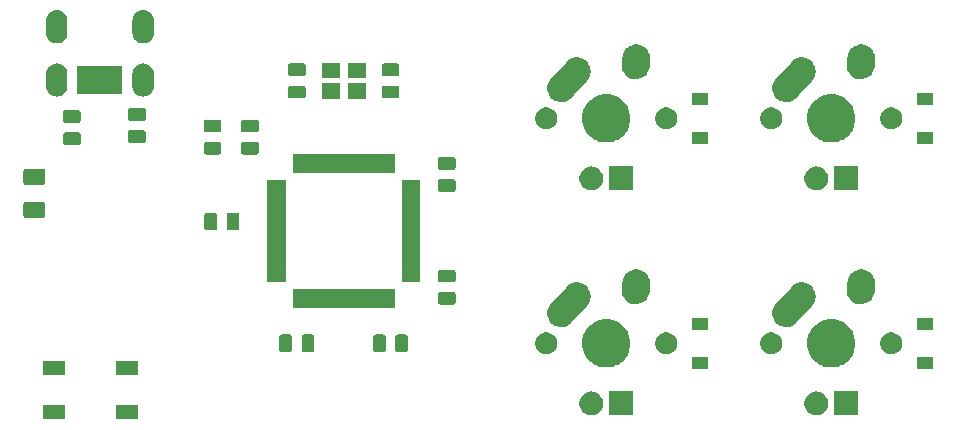
<source format=gbr>
G04 #@! TF.GenerationSoftware,KiCad,Pcbnew,(5.1.4)-1*
G04 #@! TF.CreationDate,2024-07-22T15:45:51+08:00*
G04 #@! TF.ProjectId,samo4k-pcb-test,73616d6f-346b-42d7-9063-622d74657374,rev?*
G04 #@! TF.SameCoordinates,Original*
G04 #@! TF.FileFunction,Soldermask,Bot*
G04 #@! TF.FilePolarity,Negative*
%FSLAX46Y46*%
G04 Gerber Fmt 4.6, Leading zero omitted, Abs format (unit mm)*
G04 Created by KiCad (PCBNEW (5.1.4)-1) date 2024-07-22 15:45:51*
%MOMM*%
%LPD*%
G04 APERTURE LIST*
%ADD10C,0.100000*%
G04 APERTURE END LIST*
D10*
G36*
X130257250Y-85794750D02*
G01*
X128355250Y-85794750D01*
X128355250Y-84592750D01*
X130257250Y-84592750D01*
X130257250Y-85794750D01*
X130257250Y-85794750D01*
G37*
G36*
X124057250Y-85794750D02*
G01*
X122155250Y-85794750D01*
X122155250Y-84592750D01*
X124057250Y-84592750D01*
X124057250Y-85794750D01*
X124057250Y-85794750D01*
G37*
G36*
X191186000Y-85458500D02*
G01*
X189179000Y-85458500D01*
X189179000Y-83451500D01*
X191186000Y-83451500D01*
X191186000Y-85458500D01*
X191186000Y-85458500D01*
G37*
G36*
X187768925Y-83456988D02*
G01*
X187935210Y-83490063D01*
X188117836Y-83565709D01*
X188282194Y-83675530D01*
X188421970Y-83815306D01*
X188531791Y-83979664D01*
X188607437Y-84162290D01*
X188646000Y-84356164D01*
X188646000Y-84553836D01*
X188607437Y-84747710D01*
X188531791Y-84930336D01*
X188421970Y-85094694D01*
X188282194Y-85234470D01*
X188117836Y-85344291D01*
X187935210Y-85419937D01*
X187768925Y-85453012D01*
X187741337Y-85458500D01*
X187543663Y-85458500D01*
X187516075Y-85453012D01*
X187349790Y-85419937D01*
X187167164Y-85344291D01*
X187002806Y-85234470D01*
X186863030Y-85094694D01*
X186753209Y-84930336D01*
X186677563Y-84747710D01*
X186639000Y-84553836D01*
X186639000Y-84356164D01*
X186677563Y-84162290D01*
X186753209Y-83979664D01*
X186863030Y-83815306D01*
X187002806Y-83675530D01*
X187167164Y-83565709D01*
X187349790Y-83490063D01*
X187516075Y-83456988D01*
X187543663Y-83451500D01*
X187741337Y-83451500D01*
X187768925Y-83456988D01*
X187768925Y-83456988D01*
G37*
G36*
X172136000Y-85458500D02*
G01*
X170129000Y-85458500D01*
X170129000Y-83451500D01*
X172136000Y-83451500D01*
X172136000Y-85458500D01*
X172136000Y-85458500D01*
G37*
G36*
X168718925Y-83456988D02*
G01*
X168885210Y-83490063D01*
X169067836Y-83565709D01*
X169232194Y-83675530D01*
X169371970Y-83815306D01*
X169481791Y-83979664D01*
X169557437Y-84162290D01*
X169596000Y-84356164D01*
X169596000Y-84553836D01*
X169557437Y-84747710D01*
X169481791Y-84930336D01*
X169371970Y-85094694D01*
X169232194Y-85234470D01*
X169067836Y-85344291D01*
X168885210Y-85419937D01*
X168718925Y-85453012D01*
X168691337Y-85458500D01*
X168493663Y-85458500D01*
X168466075Y-85453012D01*
X168299790Y-85419937D01*
X168117164Y-85344291D01*
X167952806Y-85234470D01*
X167813030Y-85094694D01*
X167703209Y-84930336D01*
X167627563Y-84747710D01*
X167589000Y-84553836D01*
X167589000Y-84356164D01*
X167627563Y-84162290D01*
X167703209Y-83979664D01*
X167813030Y-83815306D01*
X167952806Y-83675530D01*
X168117164Y-83565709D01*
X168299790Y-83490063D01*
X168466075Y-83456988D01*
X168493663Y-83451500D01*
X168691337Y-83451500D01*
X168718925Y-83456988D01*
X168718925Y-83456988D01*
G37*
G36*
X130257250Y-82094750D02*
G01*
X128355250Y-82094750D01*
X128355250Y-80892750D01*
X130257250Y-80892750D01*
X130257250Y-82094750D01*
X130257250Y-82094750D01*
G37*
G36*
X124057250Y-82094750D02*
G01*
X122155250Y-82094750D01*
X122155250Y-80892750D01*
X124057250Y-80892750D01*
X124057250Y-82094750D01*
X124057250Y-82094750D01*
G37*
G36*
X197501000Y-81526000D02*
G01*
X196199000Y-81526000D01*
X196199000Y-80524000D01*
X197501000Y-80524000D01*
X197501000Y-81526000D01*
X197501000Y-81526000D01*
G37*
G36*
X178451000Y-81526000D02*
G01*
X177149000Y-81526000D01*
X177149000Y-80524000D01*
X178451000Y-80524000D01*
X178451000Y-81526000D01*
X178451000Y-81526000D01*
G37*
G36*
X189508974Y-77408684D02*
G01*
X189726974Y-77498983D01*
X189881123Y-77562833D01*
X190216048Y-77786623D01*
X190500877Y-78071452D01*
X190724667Y-78406377D01*
X190757062Y-78484586D01*
X190878816Y-78778526D01*
X190957400Y-79173594D01*
X190957400Y-79576406D01*
X190878816Y-79971474D01*
X190827951Y-80094272D01*
X190724667Y-80343623D01*
X190500877Y-80678548D01*
X190216048Y-80963377D01*
X189881123Y-81187167D01*
X189726974Y-81251017D01*
X189508974Y-81341316D01*
X189113906Y-81419900D01*
X188711094Y-81419900D01*
X188316026Y-81341316D01*
X188098026Y-81251017D01*
X187943877Y-81187167D01*
X187608952Y-80963377D01*
X187324123Y-80678548D01*
X187100333Y-80343623D01*
X186997049Y-80094272D01*
X186946184Y-79971474D01*
X186867600Y-79576406D01*
X186867600Y-79173594D01*
X186946184Y-78778526D01*
X187067938Y-78484586D01*
X187100333Y-78406377D01*
X187324123Y-78071452D01*
X187608952Y-77786623D01*
X187943877Y-77562833D01*
X188098026Y-77498983D01*
X188316026Y-77408684D01*
X188711094Y-77330100D01*
X189113906Y-77330100D01*
X189508974Y-77408684D01*
X189508974Y-77408684D01*
G37*
G36*
X170458974Y-77408684D02*
G01*
X170676974Y-77498983D01*
X170831123Y-77562833D01*
X171166048Y-77786623D01*
X171450877Y-78071452D01*
X171674667Y-78406377D01*
X171707062Y-78484586D01*
X171828816Y-78778526D01*
X171907400Y-79173594D01*
X171907400Y-79576406D01*
X171828816Y-79971474D01*
X171777951Y-80094272D01*
X171674667Y-80343623D01*
X171450877Y-80678548D01*
X171166048Y-80963377D01*
X170831123Y-81187167D01*
X170676974Y-81251017D01*
X170458974Y-81341316D01*
X170063906Y-81419900D01*
X169661094Y-81419900D01*
X169266026Y-81341316D01*
X169048026Y-81251017D01*
X168893877Y-81187167D01*
X168558952Y-80963377D01*
X168274123Y-80678548D01*
X168050333Y-80343623D01*
X167947049Y-80094272D01*
X167896184Y-79971474D01*
X167817600Y-79576406D01*
X167817600Y-79173594D01*
X167896184Y-78778526D01*
X168017938Y-78484586D01*
X168050333Y-78406377D01*
X168274123Y-78071452D01*
X168558952Y-77786623D01*
X168893877Y-77562833D01*
X169048026Y-77498983D01*
X169266026Y-77408684D01*
X169661094Y-77330100D01*
X170063906Y-77330100D01*
X170458974Y-77408684D01*
X170458974Y-77408684D01*
G37*
G36*
X184102604Y-78484585D02*
G01*
X184271126Y-78554389D01*
X184422791Y-78655728D01*
X184551772Y-78784709D01*
X184653111Y-78936374D01*
X184722915Y-79104896D01*
X184758500Y-79283797D01*
X184758500Y-79466203D01*
X184722915Y-79645104D01*
X184653111Y-79813626D01*
X184551772Y-79965291D01*
X184422791Y-80094272D01*
X184271126Y-80195611D01*
X184102604Y-80265415D01*
X183923703Y-80301000D01*
X183741297Y-80301000D01*
X183562396Y-80265415D01*
X183393874Y-80195611D01*
X183242209Y-80094272D01*
X183113228Y-79965291D01*
X183011889Y-79813626D01*
X182942085Y-79645104D01*
X182906500Y-79466203D01*
X182906500Y-79283797D01*
X182942085Y-79104896D01*
X183011889Y-78936374D01*
X183113228Y-78784709D01*
X183242209Y-78655728D01*
X183393874Y-78554389D01*
X183562396Y-78484585D01*
X183741297Y-78449000D01*
X183923703Y-78449000D01*
X184102604Y-78484585D01*
X184102604Y-78484585D01*
G37*
G36*
X194262604Y-78484585D02*
G01*
X194431126Y-78554389D01*
X194582791Y-78655728D01*
X194711772Y-78784709D01*
X194813111Y-78936374D01*
X194882915Y-79104896D01*
X194918500Y-79283797D01*
X194918500Y-79466203D01*
X194882915Y-79645104D01*
X194813111Y-79813626D01*
X194711772Y-79965291D01*
X194582791Y-80094272D01*
X194431126Y-80195611D01*
X194262604Y-80265415D01*
X194083703Y-80301000D01*
X193901297Y-80301000D01*
X193722396Y-80265415D01*
X193553874Y-80195611D01*
X193402209Y-80094272D01*
X193273228Y-79965291D01*
X193171889Y-79813626D01*
X193102085Y-79645104D01*
X193066500Y-79466203D01*
X193066500Y-79283797D01*
X193102085Y-79104896D01*
X193171889Y-78936374D01*
X193273228Y-78784709D01*
X193402209Y-78655728D01*
X193553874Y-78554389D01*
X193722396Y-78484585D01*
X193901297Y-78449000D01*
X194083703Y-78449000D01*
X194262604Y-78484585D01*
X194262604Y-78484585D01*
G37*
G36*
X175212604Y-78484585D02*
G01*
X175381126Y-78554389D01*
X175532791Y-78655728D01*
X175661772Y-78784709D01*
X175763111Y-78936374D01*
X175832915Y-79104896D01*
X175868500Y-79283797D01*
X175868500Y-79466203D01*
X175832915Y-79645104D01*
X175763111Y-79813626D01*
X175661772Y-79965291D01*
X175532791Y-80094272D01*
X175381126Y-80195611D01*
X175212604Y-80265415D01*
X175033703Y-80301000D01*
X174851297Y-80301000D01*
X174672396Y-80265415D01*
X174503874Y-80195611D01*
X174352209Y-80094272D01*
X174223228Y-79965291D01*
X174121889Y-79813626D01*
X174052085Y-79645104D01*
X174016500Y-79466203D01*
X174016500Y-79283797D01*
X174052085Y-79104896D01*
X174121889Y-78936374D01*
X174223228Y-78784709D01*
X174352209Y-78655728D01*
X174503874Y-78554389D01*
X174672396Y-78484585D01*
X174851297Y-78449000D01*
X175033703Y-78449000D01*
X175212604Y-78484585D01*
X175212604Y-78484585D01*
G37*
G36*
X165052604Y-78484585D02*
G01*
X165221126Y-78554389D01*
X165372791Y-78655728D01*
X165501772Y-78784709D01*
X165603111Y-78936374D01*
X165672915Y-79104896D01*
X165708500Y-79283797D01*
X165708500Y-79466203D01*
X165672915Y-79645104D01*
X165603111Y-79813626D01*
X165501772Y-79965291D01*
X165372791Y-80094272D01*
X165221126Y-80195611D01*
X165052604Y-80265415D01*
X164873703Y-80301000D01*
X164691297Y-80301000D01*
X164512396Y-80265415D01*
X164343874Y-80195611D01*
X164192209Y-80094272D01*
X164063228Y-79965291D01*
X163961889Y-79813626D01*
X163892085Y-79645104D01*
X163856500Y-79466203D01*
X163856500Y-79283797D01*
X163892085Y-79104896D01*
X163961889Y-78936374D01*
X164063228Y-78784709D01*
X164192209Y-78655728D01*
X164343874Y-78554389D01*
X164512396Y-78484585D01*
X164691297Y-78449000D01*
X164873703Y-78449000D01*
X165052604Y-78484585D01*
X165052604Y-78484585D01*
G37*
G36*
X144978218Y-78628565D02*
G01*
X145016888Y-78640296D01*
X145052527Y-78659346D01*
X145083767Y-78684983D01*
X145109404Y-78716223D01*
X145128454Y-78751862D01*
X145140185Y-78790532D01*
X145144750Y-78836888D01*
X145144750Y-79913112D01*
X145140185Y-79959468D01*
X145128454Y-79998138D01*
X145109404Y-80033777D01*
X145083767Y-80065017D01*
X145052527Y-80090654D01*
X145016888Y-80109704D01*
X144978218Y-80121435D01*
X144931862Y-80126000D01*
X144280638Y-80126000D01*
X144234282Y-80121435D01*
X144195612Y-80109704D01*
X144159973Y-80090654D01*
X144128733Y-80065017D01*
X144103096Y-80033777D01*
X144084046Y-79998138D01*
X144072315Y-79959468D01*
X144067750Y-79913112D01*
X144067750Y-78836888D01*
X144072315Y-78790532D01*
X144084046Y-78751862D01*
X144103096Y-78716223D01*
X144128733Y-78684983D01*
X144159973Y-78659346D01*
X144195612Y-78640296D01*
X144234282Y-78628565D01*
X144280638Y-78624000D01*
X144931862Y-78624000D01*
X144978218Y-78628565D01*
X144978218Y-78628565D01*
G37*
G36*
X152915718Y-78628565D02*
G01*
X152954388Y-78640296D01*
X152990027Y-78659346D01*
X153021267Y-78684983D01*
X153046904Y-78716223D01*
X153065954Y-78751862D01*
X153077685Y-78790532D01*
X153082250Y-78836888D01*
X153082250Y-79913112D01*
X153077685Y-79959468D01*
X153065954Y-79998138D01*
X153046904Y-80033777D01*
X153021267Y-80065017D01*
X152990027Y-80090654D01*
X152954388Y-80109704D01*
X152915718Y-80121435D01*
X152869362Y-80126000D01*
X152218138Y-80126000D01*
X152171782Y-80121435D01*
X152133112Y-80109704D01*
X152097473Y-80090654D01*
X152066233Y-80065017D01*
X152040596Y-80033777D01*
X152021546Y-79998138D01*
X152009815Y-79959468D01*
X152005250Y-79913112D01*
X152005250Y-78836888D01*
X152009815Y-78790532D01*
X152021546Y-78751862D01*
X152040596Y-78716223D01*
X152066233Y-78684983D01*
X152097473Y-78659346D01*
X152133112Y-78640296D01*
X152171782Y-78628565D01*
X152218138Y-78624000D01*
X152869362Y-78624000D01*
X152915718Y-78628565D01*
X152915718Y-78628565D01*
G37*
G36*
X143103218Y-78628565D02*
G01*
X143141888Y-78640296D01*
X143177527Y-78659346D01*
X143208767Y-78684983D01*
X143234404Y-78716223D01*
X143253454Y-78751862D01*
X143265185Y-78790532D01*
X143269750Y-78836888D01*
X143269750Y-79913112D01*
X143265185Y-79959468D01*
X143253454Y-79998138D01*
X143234404Y-80033777D01*
X143208767Y-80065017D01*
X143177527Y-80090654D01*
X143141888Y-80109704D01*
X143103218Y-80121435D01*
X143056862Y-80126000D01*
X142405638Y-80126000D01*
X142359282Y-80121435D01*
X142320612Y-80109704D01*
X142284973Y-80090654D01*
X142253733Y-80065017D01*
X142228096Y-80033777D01*
X142209046Y-79998138D01*
X142197315Y-79959468D01*
X142192750Y-79913112D01*
X142192750Y-78836888D01*
X142197315Y-78790532D01*
X142209046Y-78751862D01*
X142228096Y-78716223D01*
X142253733Y-78684983D01*
X142284973Y-78659346D01*
X142320612Y-78640296D01*
X142359282Y-78628565D01*
X142405638Y-78624000D01*
X143056862Y-78624000D01*
X143103218Y-78628565D01*
X143103218Y-78628565D01*
G37*
G36*
X151040718Y-78628565D02*
G01*
X151079388Y-78640296D01*
X151115027Y-78659346D01*
X151146267Y-78684983D01*
X151171904Y-78716223D01*
X151190954Y-78751862D01*
X151202685Y-78790532D01*
X151207250Y-78836888D01*
X151207250Y-79913112D01*
X151202685Y-79959468D01*
X151190954Y-79998138D01*
X151171904Y-80033777D01*
X151146267Y-80065017D01*
X151115027Y-80090654D01*
X151079388Y-80109704D01*
X151040718Y-80121435D01*
X150994362Y-80126000D01*
X150343138Y-80126000D01*
X150296782Y-80121435D01*
X150258112Y-80109704D01*
X150222473Y-80090654D01*
X150191233Y-80065017D01*
X150165596Y-80033777D01*
X150146546Y-79998138D01*
X150134815Y-79959468D01*
X150130250Y-79913112D01*
X150130250Y-78836888D01*
X150134815Y-78790532D01*
X150146546Y-78751862D01*
X150165596Y-78716223D01*
X150191233Y-78684983D01*
X150222473Y-78659346D01*
X150258112Y-78640296D01*
X150296782Y-78628565D01*
X150343138Y-78624000D01*
X150994362Y-78624000D01*
X151040718Y-78628565D01*
X151040718Y-78628565D01*
G37*
G36*
X178451000Y-78226000D02*
G01*
X177149000Y-78226000D01*
X177149000Y-77224000D01*
X178451000Y-77224000D01*
X178451000Y-78226000D01*
X178451000Y-78226000D01*
G37*
G36*
X197501000Y-78226000D02*
G01*
X196199000Y-78226000D01*
X196199000Y-77224000D01*
X197501000Y-77224000D01*
X197501000Y-78226000D01*
X197501000Y-78226000D01*
G37*
G36*
X186435705Y-74198881D02*
G01*
X186441145Y-74199000D01*
X186528328Y-74199000D01*
X186544597Y-74202236D01*
X186563456Y-74204515D01*
X186580032Y-74205246D01*
X186664723Y-74226010D01*
X186670018Y-74227184D01*
X186755527Y-74244193D01*
X186770862Y-74250545D01*
X186788901Y-74256455D01*
X186805021Y-74260407D01*
X186884004Y-74297280D01*
X186888994Y-74299477D01*
X186969545Y-74332842D01*
X186983341Y-74342060D01*
X186999893Y-74351382D01*
X187014926Y-74358400D01*
X187085194Y-74409971D01*
X187089692Y-74413122D01*
X187162156Y-74461541D01*
X187173883Y-74473268D01*
X187188309Y-74485648D01*
X187201679Y-74495461D01*
X187201680Y-74495462D01*
X187260521Y-74559733D01*
X187264329Y-74563714D01*
X187325959Y-74625344D01*
X187335174Y-74639135D01*
X187346896Y-74654078D01*
X187358105Y-74666321D01*
X187403299Y-74740874D01*
X187406246Y-74745501D01*
X187454658Y-74817955D01*
X187461005Y-74833277D01*
X187469592Y-74850231D01*
X187478191Y-74864417D01*
X187507978Y-74946368D01*
X187509952Y-74951448D01*
X187543307Y-75031973D01*
X187543307Y-75031974D01*
X187546541Y-75048233D01*
X187551658Y-75066542D01*
X187557325Y-75082134D01*
X187570555Y-75168345D01*
X187571501Y-75173713D01*
X187588500Y-75259173D01*
X187588500Y-75275752D01*
X187589944Y-75294692D01*
X187592463Y-75311104D01*
X187588620Y-75398249D01*
X187588500Y-75403689D01*
X187588500Y-75490825D01*
X187585266Y-75507083D01*
X187582988Y-75525941D01*
X187582256Y-75542531D01*
X187561488Y-75627237D01*
X187560312Y-75632537D01*
X187543307Y-75718027D01*
X187536957Y-75733357D01*
X187531049Y-75751393D01*
X187527095Y-75767520D01*
X187490211Y-75846526D01*
X187488011Y-75851523D01*
X187454658Y-75932045D01*
X187445444Y-75945835D01*
X187436122Y-75962387D01*
X187429102Y-75977424D01*
X187377511Y-76047720D01*
X187374366Y-76052210D01*
X187325961Y-76124654D01*
X187268960Y-76181655D01*
X187264311Y-76186563D01*
X186832811Y-76667470D01*
X185939223Y-77663376D01*
X185811179Y-77780602D01*
X185712131Y-77840645D01*
X185613083Y-77900689D01*
X185395366Y-77979823D01*
X185166395Y-78014961D01*
X184934970Y-78004754D01*
X184709981Y-77949593D01*
X184605227Y-77900689D01*
X184500079Y-77851602D01*
X184403338Y-77780602D01*
X184313323Y-77714539D01*
X184238894Y-77633241D01*
X184156898Y-77543679D01*
X184075064Y-77408685D01*
X184036811Y-77345583D01*
X183957677Y-77127866D01*
X183922539Y-76898895D01*
X183932746Y-76667470D01*
X183987907Y-76442481D01*
X184039472Y-76332028D01*
X184085898Y-76232580D01*
X184085900Y-76232577D01*
X184188614Y-76092622D01*
X184967647Y-75224388D01*
X185475287Y-74658621D01*
X185486181Y-74644589D01*
X185499039Y-74625346D01*
X185556073Y-74568312D01*
X185560723Y-74563403D01*
X185575778Y-74546624D01*
X185597201Y-74527011D01*
X185601182Y-74523203D01*
X185662846Y-74461539D01*
X185676643Y-74452320D01*
X185691602Y-74440585D01*
X185703821Y-74429398D01*
X185735885Y-74409961D01*
X185778330Y-74384231D01*
X185782921Y-74381308D01*
X185855455Y-74332842D01*
X185870800Y-74326486D01*
X185887748Y-74317901D01*
X185901916Y-74309312D01*
X185901917Y-74309312D01*
X185901918Y-74309311D01*
X185983812Y-74279545D01*
X185988910Y-74277563D01*
X186069473Y-74244193D01*
X186085752Y-74240955D01*
X186104042Y-74235844D01*
X186119635Y-74230177D01*
X186205800Y-74216954D01*
X186211163Y-74216009D01*
X186296673Y-74199000D01*
X186313266Y-74199000D01*
X186332209Y-74197555D01*
X186348606Y-74195039D01*
X186435705Y-74198881D01*
X186435705Y-74198881D01*
G37*
G36*
X167385705Y-74198881D02*
G01*
X167391145Y-74199000D01*
X167478328Y-74199000D01*
X167494597Y-74202236D01*
X167513456Y-74204515D01*
X167530032Y-74205246D01*
X167614723Y-74226010D01*
X167620018Y-74227184D01*
X167705527Y-74244193D01*
X167720862Y-74250545D01*
X167738901Y-74256455D01*
X167755021Y-74260407D01*
X167834004Y-74297280D01*
X167838994Y-74299477D01*
X167919545Y-74332842D01*
X167933341Y-74342060D01*
X167949893Y-74351382D01*
X167964926Y-74358400D01*
X168035194Y-74409971D01*
X168039692Y-74413122D01*
X168112156Y-74461541D01*
X168123883Y-74473268D01*
X168138309Y-74485648D01*
X168151679Y-74495461D01*
X168151680Y-74495462D01*
X168210521Y-74559733D01*
X168214329Y-74563714D01*
X168275959Y-74625344D01*
X168285174Y-74639135D01*
X168296896Y-74654078D01*
X168308105Y-74666321D01*
X168353299Y-74740874D01*
X168356246Y-74745501D01*
X168404658Y-74817955D01*
X168411005Y-74833277D01*
X168419592Y-74850231D01*
X168428191Y-74864417D01*
X168457978Y-74946368D01*
X168459952Y-74951448D01*
X168493307Y-75031973D01*
X168493307Y-75031974D01*
X168496541Y-75048233D01*
X168501658Y-75066542D01*
X168507325Y-75082134D01*
X168520555Y-75168345D01*
X168521501Y-75173713D01*
X168538500Y-75259173D01*
X168538500Y-75275752D01*
X168539944Y-75294692D01*
X168542463Y-75311104D01*
X168538620Y-75398249D01*
X168538500Y-75403689D01*
X168538500Y-75490825D01*
X168535266Y-75507083D01*
X168532988Y-75525941D01*
X168532256Y-75542531D01*
X168511488Y-75627237D01*
X168510312Y-75632537D01*
X168493307Y-75718027D01*
X168486957Y-75733357D01*
X168481049Y-75751393D01*
X168477095Y-75767520D01*
X168440211Y-75846526D01*
X168438011Y-75851523D01*
X168404658Y-75932045D01*
X168395444Y-75945835D01*
X168386122Y-75962387D01*
X168379102Y-75977424D01*
X168327511Y-76047720D01*
X168324366Y-76052210D01*
X168275961Y-76124654D01*
X168218960Y-76181655D01*
X168214311Y-76186563D01*
X167782811Y-76667470D01*
X166889223Y-77663376D01*
X166761179Y-77780602D01*
X166662131Y-77840645D01*
X166563083Y-77900689D01*
X166345366Y-77979823D01*
X166116395Y-78014961D01*
X165884970Y-78004754D01*
X165659981Y-77949593D01*
X165555227Y-77900689D01*
X165450079Y-77851602D01*
X165353338Y-77780602D01*
X165263323Y-77714539D01*
X165188894Y-77633241D01*
X165106898Y-77543679D01*
X165025064Y-77408685D01*
X164986811Y-77345583D01*
X164907677Y-77127866D01*
X164872539Y-76898895D01*
X164882746Y-76667470D01*
X164937907Y-76442481D01*
X164989472Y-76332028D01*
X165035898Y-76232580D01*
X165035900Y-76232577D01*
X165138614Y-76092622D01*
X165917647Y-75224388D01*
X166425287Y-74658621D01*
X166436181Y-74644589D01*
X166449039Y-74625346D01*
X166506073Y-74568312D01*
X166510723Y-74563403D01*
X166525778Y-74546624D01*
X166547201Y-74527011D01*
X166551182Y-74523203D01*
X166612846Y-74461539D01*
X166626643Y-74452320D01*
X166641602Y-74440585D01*
X166653821Y-74429398D01*
X166685885Y-74409961D01*
X166728330Y-74384231D01*
X166732921Y-74381308D01*
X166805455Y-74332842D01*
X166820800Y-74326486D01*
X166837748Y-74317901D01*
X166851916Y-74309312D01*
X166851917Y-74309312D01*
X166851918Y-74309311D01*
X166933812Y-74279545D01*
X166938910Y-74277563D01*
X167019473Y-74244193D01*
X167035752Y-74240955D01*
X167054042Y-74235844D01*
X167069635Y-74230177D01*
X167155800Y-74216954D01*
X167161163Y-74216009D01*
X167246673Y-74199000D01*
X167263266Y-74199000D01*
X167282209Y-74197555D01*
X167298606Y-74195039D01*
X167385705Y-74198881D01*
X167385705Y-74198881D01*
G37*
G36*
X151963500Y-76351000D02*
G01*
X143311500Y-76351000D01*
X143311500Y-74749000D01*
X151963500Y-74749000D01*
X151963500Y-76351000D01*
X151963500Y-76351000D01*
G37*
G36*
X156953218Y-75016065D02*
G01*
X156991888Y-75027796D01*
X157027527Y-75046846D01*
X157058767Y-75072483D01*
X157084404Y-75103723D01*
X157103454Y-75139362D01*
X157115185Y-75178032D01*
X157119750Y-75224388D01*
X157119750Y-75875612D01*
X157115185Y-75921968D01*
X157103454Y-75960638D01*
X157084404Y-75996277D01*
X157058767Y-76027517D01*
X157027527Y-76053154D01*
X156991888Y-76072204D01*
X156953218Y-76083935D01*
X156906862Y-76088500D01*
X155830638Y-76088500D01*
X155784282Y-76083935D01*
X155745612Y-76072204D01*
X155709973Y-76053154D01*
X155678733Y-76027517D01*
X155653096Y-75996277D01*
X155634046Y-75960638D01*
X155622315Y-75921968D01*
X155617750Y-75875612D01*
X155617750Y-75224388D01*
X155622315Y-75178032D01*
X155634046Y-75139362D01*
X155653096Y-75103723D01*
X155678733Y-75072483D01*
X155709973Y-75046846D01*
X155745612Y-75027796D01*
X155784282Y-75016065D01*
X155830638Y-75011500D01*
X156906862Y-75011500D01*
X156953218Y-75016065D01*
X156953218Y-75016065D01*
G37*
G36*
X191540627Y-73117261D02*
G01*
X191561400Y-73119000D01*
X191568327Y-73119000D01*
X191663254Y-73137882D01*
X191666848Y-73138542D01*
X191762230Y-73154624D01*
X191768703Y-73157085D01*
X191788728Y-73162841D01*
X191795527Y-73164193D01*
X191838220Y-73181877D01*
X191884943Y-73201230D01*
X191888344Y-73202581D01*
X191978755Y-73236961D01*
X191984627Y-73240640D01*
X192003136Y-73250187D01*
X192009545Y-73252842D01*
X192090063Y-73306642D01*
X192093054Y-73308578D01*
X192175057Y-73359959D01*
X192180084Y-73364700D01*
X192196396Y-73377691D01*
X192202152Y-73381537D01*
X192270610Y-73449995D01*
X192273189Y-73452499D01*
X192343590Y-73518889D01*
X192347226Y-73524000D01*
X192347595Y-73524519D01*
X192361059Y-73540444D01*
X192365959Y-73545344D01*
X192419744Y-73625839D01*
X192421791Y-73628807D01*
X192477880Y-73707645D01*
X192480714Y-73713958D01*
X192490808Y-73732193D01*
X192494658Y-73737955D01*
X192531720Y-73827430D01*
X192533124Y-73830685D01*
X192572765Y-73918973D01*
X192574315Y-73925725D01*
X192580652Y-73945562D01*
X192583307Y-73951973D01*
X192602192Y-74046917D01*
X192602938Y-74050401D01*
X192624598Y-74144751D01*
X192624598Y-74144754D01*
X192624800Y-74151654D01*
X192627147Y-74172370D01*
X192628500Y-74179174D01*
X192628500Y-74275986D01*
X192628553Y-74279584D01*
X192629688Y-74318277D01*
X192628795Y-74331225D01*
X192628500Y-74339797D01*
X192628500Y-74410826D01*
X192622581Y-74440585D01*
X192622104Y-74442979D01*
X192620000Y-74458750D01*
X192581738Y-75013545D01*
X192552876Y-75184730D01*
X192470538Y-75401255D01*
X192347541Y-75597557D01*
X192188611Y-75766090D01*
X191999855Y-75900380D01*
X191788527Y-75995265D01*
X191562749Y-76047098D01*
X191331198Y-76053889D01*
X191331197Y-76053889D01*
X191267343Y-76043123D01*
X191102770Y-76015376D01*
X190886245Y-75933038D01*
X190689943Y-75810041D01*
X190521410Y-75651111D01*
X190387120Y-75462355D01*
X190292235Y-75251027D01*
X190240402Y-75025249D01*
X190235312Y-74851723D01*
X190276204Y-74258794D01*
X190276500Y-74250196D01*
X190276500Y-74179175D01*
X190276703Y-74178154D01*
X190295388Y-74084219D01*
X190296044Y-74080645D01*
X190301731Y-74046917D01*
X190312124Y-73985270D01*
X190314585Y-73978799D01*
X190320342Y-73958767D01*
X190321693Y-73951974D01*
X190324892Y-73944250D01*
X190358764Y-73862476D01*
X190360053Y-73859230D01*
X190394462Y-73768745D01*
X190398136Y-73762881D01*
X190407687Y-73744365D01*
X190410342Y-73737955D01*
X190464157Y-73657415D01*
X190466077Y-73654449D01*
X190517459Y-73572443D01*
X190522211Y-73567404D01*
X190535189Y-73551107D01*
X190539037Y-73545348D01*
X190607493Y-73476892D01*
X190610046Y-73474262D01*
X190630523Y-73452548D01*
X190676389Y-73403910D01*
X190682021Y-73399903D01*
X190697947Y-73386438D01*
X190702846Y-73381539D01*
X190783324Y-73327766D01*
X190786306Y-73325710D01*
X190865145Y-73269620D01*
X190871455Y-73266787D01*
X190889694Y-73256691D01*
X190895451Y-73252844D01*
X190895454Y-73252843D01*
X190895455Y-73252842D01*
X190984929Y-73215781D01*
X190988187Y-73214375D01*
X191076473Y-73174735D01*
X191083225Y-73173185D01*
X191103062Y-73166848D01*
X191109473Y-73164193D01*
X191204399Y-73145311D01*
X191207946Y-73144551D01*
X191302251Y-73122901D01*
X191304630Y-73122831D01*
X191309165Y-73122698D01*
X191329881Y-73120351D01*
X191336674Y-73119000D01*
X191433459Y-73119000D01*
X191437084Y-73118947D01*
X191533802Y-73116110D01*
X191540627Y-73117261D01*
X191540627Y-73117261D01*
G37*
G36*
X172490627Y-73117261D02*
G01*
X172511400Y-73119000D01*
X172518327Y-73119000D01*
X172613254Y-73137882D01*
X172616848Y-73138542D01*
X172712230Y-73154624D01*
X172718703Y-73157085D01*
X172738728Y-73162841D01*
X172745527Y-73164193D01*
X172788220Y-73181877D01*
X172834943Y-73201230D01*
X172838344Y-73202581D01*
X172928755Y-73236961D01*
X172934627Y-73240640D01*
X172953136Y-73250187D01*
X172959545Y-73252842D01*
X173040063Y-73306642D01*
X173043054Y-73308578D01*
X173125057Y-73359959D01*
X173130084Y-73364700D01*
X173146396Y-73377691D01*
X173152152Y-73381537D01*
X173220610Y-73449995D01*
X173223189Y-73452499D01*
X173293590Y-73518889D01*
X173297226Y-73524000D01*
X173297595Y-73524519D01*
X173311059Y-73540444D01*
X173315959Y-73545344D01*
X173369744Y-73625839D01*
X173371791Y-73628807D01*
X173427880Y-73707645D01*
X173430714Y-73713958D01*
X173440808Y-73732193D01*
X173444658Y-73737955D01*
X173481720Y-73827430D01*
X173483124Y-73830685D01*
X173522765Y-73918973D01*
X173524315Y-73925725D01*
X173530652Y-73945562D01*
X173533307Y-73951973D01*
X173552192Y-74046917D01*
X173552938Y-74050401D01*
X173574598Y-74144751D01*
X173574598Y-74144754D01*
X173574800Y-74151654D01*
X173577147Y-74172370D01*
X173578500Y-74179174D01*
X173578500Y-74275986D01*
X173578553Y-74279584D01*
X173579688Y-74318277D01*
X173578795Y-74331225D01*
X173578500Y-74339797D01*
X173578500Y-74410826D01*
X173572581Y-74440585D01*
X173572104Y-74442979D01*
X173570000Y-74458750D01*
X173531738Y-75013545D01*
X173502876Y-75184730D01*
X173420538Y-75401255D01*
X173297541Y-75597557D01*
X173138611Y-75766090D01*
X172949855Y-75900380D01*
X172738527Y-75995265D01*
X172512749Y-76047098D01*
X172281198Y-76053889D01*
X172281197Y-76053889D01*
X172217343Y-76043123D01*
X172052770Y-76015376D01*
X171836245Y-75933038D01*
X171639943Y-75810041D01*
X171471410Y-75651111D01*
X171337120Y-75462355D01*
X171242235Y-75251027D01*
X171190402Y-75025249D01*
X171185312Y-74851723D01*
X171226204Y-74258794D01*
X171226500Y-74250196D01*
X171226500Y-74179175D01*
X171226703Y-74178154D01*
X171245388Y-74084219D01*
X171246044Y-74080645D01*
X171251731Y-74046917D01*
X171262124Y-73985270D01*
X171264585Y-73978799D01*
X171270342Y-73958767D01*
X171271693Y-73951974D01*
X171274892Y-73944250D01*
X171308764Y-73862476D01*
X171310053Y-73859230D01*
X171344462Y-73768745D01*
X171348136Y-73762881D01*
X171357687Y-73744365D01*
X171360342Y-73737955D01*
X171414157Y-73657415D01*
X171416077Y-73654449D01*
X171467459Y-73572443D01*
X171472211Y-73567404D01*
X171485189Y-73551107D01*
X171489037Y-73545348D01*
X171557493Y-73476892D01*
X171560046Y-73474262D01*
X171580523Y-73452548D01*
X171626389Y-73403910D01*
X171632021Y-73399903D01*
X171647947Y-73386438D01*
X171652846Y-73381539D01*
X171733324Y-73327766D01*
X171736306Y-73325710D01*
X171815145Y-73269620D01*
X171821455Y-73266787D01*
X171839694Y-73256691D01*
X171845451Y-73252844D01*
X171845454Y-73252843D01*
X171845455Y-73252842D01*
X171934929Y-73215781D01*
X171938187Y-73214375D01*
X172026473Y-73174735D01*
X172033225Y-73173185D01*
X172053062Y-73166848D01*
X172059473Y-73164193D01*
X172154399Y-73145311D01*
X172157946Y-73144551D01*
X172252251Y-73122901D01*
X172254630Y-73122831D01*
X172259165Y-73122698D01*
X172279881Y-73120351D01*
X172286674Y-73119000D01*
X172383459Y-73119000D01*
X172387084Y-73118947D01*
X172483802Y-73116110D01*
X172490627Y-73117261D01*
X172490627Y-73117261D01*
G37*
G36*
X156953218Y-73141065D02*
G01*
X156991888Y-73152796D01*
X157027527Y-73171846D01*
X157058767Y-73197483D01*
X157084404Y-73228723D01*
X157103454Y-73264362D01*
X157115185Y-73303032D01*
X157119750Y-73349388D01*
X157119750Y-74000612D01*
X157115185Y-74046968D01*
X157103454Y-74085638D01*
X157084404Y-74121277D01*
X157058767Y-74152517D01*
X157027527Y-74178154D01*
X156991888Y-74197204D01*
X156953218Y-74208935D01*
X156906862Y-74213500D01*
X155830638Y-74213500D01*
X155784282Y-74208935D01*
X155745612Y-74197204D01*
X155709973Y-74178154D01*
X155678733Y-74152517D01*
X155653096Y-74121277D01*
X155634046Y-74085638D01*
X155622315Y-74046968D01*
X155617750Y-74000612D01*
X155617750Y-73349388D01*
X155622315Y-73303032D01*
X155634046Y-73264362D01*
X155653096Y-73228723D01*
X155678733Y-73197483D01*
X155709973Y-73171846D01*
X155745612Y-73152796D01*
X155784282Y-73141065D01*
X155830638Y-73136500D01*
X156906862Y-73136500D01*
X156953218Y-73141065D01*
X156953218Y-73141065D01*
G37*
G36*
X154138500Y-74176000D02*
G01*
X152536500Y-74176000D01*
X152536500Y-65524000D01*
X154138500Y-65524000D01*
X154138500Y-74176000D01*
X154138500Y-74176000D01*
G37*
G36*
X142738500Y-74176000D02*
G01*
X141136500Y-74176000D01*
X141136500Y-65524000D01*
X142738500Y-65524000D01*
X142738500Y-74176000D01*
X142738500Y-74176000D01*
G37*
G36*
X138628218Y-68309815D02*
G01*
X138666888Y-68321546D01*
X138702527Y-68340596D01*
X138733767Y-68366233D01*
X138759404Y-68397473D01*
X138778454Y-68433112D01*
X138790185Y-68471782D01*
X138794750Y-68518138D01*
X138794750Y-69594362D01*
X138790185Y-69640718D01*
X138778454Y-69679388D01*
X138759404Y-69715027D01*
X138733767Y-69746267D01*
X138702527Y-69771904D01*
X138666888Y-69790954D01*
X138628218Y-69802685D01*
X138581862Y-69807250D01*
X137930638Y-69807250D01*
X137884282Y-69802685D01*
X137845612Y-69790954D01*
X137809973Y-69771904D01*
X137778733Y-69746267D01*
X137753096Y-69715027D01*
X137734046Y-69679388D01*
X137722315Y-69640718D01*
X137717750Y-69594362D01*
X137717750Y-68518138D01*
X137722315Y-68471782D01*
X137734046Y-68433112D01*
X137753096Y-68397473D01*
X137778733Y-68366233D01*
X137809973Y-68340596D01*
X137845612Y-68321546D01*
X137884282Y-68309815D01*
X137930638Y-68305250D01*
X138581862Y-68305250D01*
X138628218Y-68309815D01*
X138628218Y-68309815D01*
G37*
G36*
X136753218Y-68309815D02*
G01*
X136791888Y-68321546D01*
X136827527Y-68340596D01*
X136858767Y-68366233D01*
X136884404Y-68397473D01*
X136903454Y-68433112D01*
X136915185Y-68471782D01*
X136919750Y-68518138D01*
X136919750Y-69594362D01*
X136915185Y-69640718D01*
X136903454Y-69679388D01*
X136884404Y-69715027D01*
X136858767Y-69746267D01*
X136827527Y-69771904D01*
X136791888Y-69790954D01*
X136753218Y-69802685D01*
X136706862Y-69807250D01*
X136055638Y-69807250D01*
X136009282Y-69802685D01*
X135970612Y-69790954D01*
X135934973Y-69771904D01*
X135903733Y-69746267D01*
X135878096Y-69715027D01*
X135859046Y-69679388D01*
X135847315Y-69640718D01*
X135842750Y-69594362D01*
X135842750Y-68518138D01*
X135847315Y-68471782D01*
X135859046Y-68433112D01*
X135878096Y-68397473D01*
X135903733Y-68366233D01*
X135934973Y-68340596D01*
X135970612Y-68321546D01*
X136009282Y-68309815D01*
X136055638Y-68305250D01*
X136706862Y-68305250D01*
X136753218Y-68309815D01*
X136753218Y-68309815D01*
G37*
G36*
X122212354Y-67403347D02*
G01*
X122248894Y-67414432D01*
X122282571Y-67432433D01*
X122312091Y-67456659D01*
X122336317Y-67486179D01*
X122354318Y-67519856D01*
X122365403Y-67556396D01*
X122369750Y-67600538D01*
X122369750Y-68549462D01*
X122365403Y-68593604D01*
X122354318Y-68630144D01*
X122336317Y-68663821D01*
X122312091Y-68693341D01*
X122282571Y-68717567D01*
X122248894Y-68735568D01*
X122212354Y-68746653D01*
X122168212Y-68751000D01*
X120719288Y-68751000D01*
X120675146Y-68746653D01*
X120638606Y-68735568D01*
X120604929Y-68717567D01*
X120575409Y-68693341D01*
X120551183Y-68663821D01*
X120533182Y-68630144D01*
X120522097Y-68593604D01*
X120517750Y-68549462D01*
X120517750Y-67600538D01*
X120522097Y-67556396D01*
X120533182Y-67519856D01*
X120551183Y-67486179D01*
X120575409Y-67456659D01*
X120604929Y-67432433D01*
X120638606Y-67414432D01*
X120675146Y-67403347D01*
X120719288Y-67399000D01*
X122168212Y-67399000D01*
X122212354Y-67403347D01*
X122212354Y-67403347D01*
G37*
G36*
X156953218Y-65491065D02*
G01*
X156991888Y-65502796D01*
X157027527Y-65521846D01*
X157058767Y-65547483D01*
X157084404Y-65578723D01*
X157103454Y-65614362D01*
X157115185Y-65653032D01*
X157119750Y-65699388D01*
X157119750Y-66350612D01*
X157115185Y-66396968D01*
X157103454Y-66435638D01*
X157084404Y-66471277D01*
X157058767Y-66502517D01*
X157027527Y-66528154D01*
X156991888Y-66547204D01*
X156953218Y-66558935D01*
X156906862Y-66563500D01*
X155830638Y-66563500D01*
X155784282Y-66558935D01*
X155745612Y-66547204D01*
X155709973Y-66528154D01*
X155678733Y-66502517D01*
X155653096Y-66471277D01*
X155634046Y-66435638D01*
X155622315Y-66396968D01*
X155617750Y-66350612D01*
X155617750Y-65699388D01*
X155622315Y-65653032D01*
X155634046Y-65614362D01*
X155653096Y-65578723D01*
X155678733Y-65547483D01*
X155709973Y-65521846D01*
X155745612Y-65502796D01*
X155784282Y-65491065D01*
X155830638Y-65486500D01*
X156906862Y-65486500D01*
X156953218Y-65491065D01*
X156953218Y-65491065D01*
G37*
G36*
X168718925Y-64406988D02*
G01*
X168885210Y-64440063D01*
X169067836Y-64515709D01*
X169232194Y-64625530D01*
X169371970Y-64765306D01*
X169481791Y-64929664D01*
X169557437Y-65112290D01*
X169596000Y-65306164D01*
X169596000Y-65503836D01*
X169557437Y-65697710D01*
X169481791Y-65880336D01*
X169371970Y-66044694D01*
X169232194Y-66184470D01*
X169067836Y-66294291D01*
X168885210Y-66369937D01*
X168718925Y-66403012D01*
X168691337Y-66408500D01*
X168493663Y-66408500D01*
X168466075Y-66403012D01*
X168299790Y-66369937D01*
X168117164Y-66294291D01*
X167952806Y-66184470D01*
X167813030Y-66044694D01*
X167703209Y-65880336D01*
X167627563Y-65697710D01*
X167589000Y-65503836D01*
X167589000Y-65306164D01*
X167627563Y-65112290D01*
X167703209Y-64929664D01*
X167813030Y-64765306D01*
X167952806Y-64625530D01*
X168117164Y-64515709D01*
X168299790Y-64440063D01*
X168466075Y-64406988D01*
X168493663Y-64401500D01*
X168691337Y-64401500D01*
X168718925Y-64406988D01*
X168718925Y-64406988D01*
G37*
G36*
X172136000Y-66408500D02*
G01*
X170129000Y-66408500D01*
X170129000Y-64401500D01*
X172136000Y-64401500D01*
X172136000Y-66408500D01*
X172136000Y-66408500D01*
G37*
G36*
X191186000Y-66408500D02*
G01*
X189179000Y-66408500D01*
X189179000Y-64401500D01*
X191186000Y-64401500D01*
X191186000Y-66408500D01*
X191186000Y-66408500D01*
G37*
G36*
X187768925Y-64406988D02*
G01*
X187935210Y-64440063D01*
X188117836Y-64515709D01*
X188282194Y-64625530D01*
X188421970Y-64765306D01*
X188531791Y-64929664D01*
X188607437Y-65112290D01*
X188646000Y-65306164D01*
X188646000Y-65503836D01*
X188607437Y-65697710D01*
X188531791Y-65880336D01*
X188421970Y-66044694D01*
X188282194Y-66184470D01*
X188117836Y-66294291D01*
X187935210Y-66369937D01*
X187768925Y-66403012D01*
X187741337Y-66408500D01*
X187543663Y-66408500D01*
X187516075Y-66403012D01*
X187349790Y-66369937D01*
X187167164Y-66294291D01*
X187002806Y-66184470D01*
X186863030Y-66044694D01*
X186753209Y-65880336D01*
X186677563Y-65697710D01*
X186639000Y-65503836D01*
X186639000Y-65306164D01*
X186677563Y-65112290D01*
X186753209Y-64929664D01*
X186863030Y-64765306D01*
X187002806Y-64625530D01*
X187167164Y-64515709D01*
X187349790Y-64440063D01*
X187516075Y-64406988D01*
X187543663Y-64401500D01*
X187741337Y-64401500D01*
X187768925Y-64406988D01*
X187768925Y-64406988D01*
G37*
G36*
X122212354Y-64603347D02*
G01*
X122248894Y-64614432D01*
X122282571Y-64632433D01*
X122312091Y-64656659D01*
X122336317Y-64686179D01*
X122354318Y-64719856D01*
X122365403Y-64756396D01*
X122369750Y-64800538D01*
X122369750Y-65749462D01*
X122365403Y-65793604D01*
X122354318Y-65830144D01*
X122336317Y-65863821D01*
X122312091Y-65893341D01*
X122282571Y-65917567D01*
X122248894Y-65935568D01*
X122212354Y-65946653D01*
X122168212Y-65951000D01*
X120719288Y-65951000D01*
X120675146Y-65946653D01*
X120638606Y-65935568D01*
X120604929Y-65917567D01*
X120575409Y-65893341D01*
X120551183Y-65863821D01*
X120533182Y-65830144D01*
X120522097Y-65793604D01*
X120517750Y-65749462D01*
X120517750Y-64800538D01*
X120522097Y-64756396D01*
X120533182Y-64719856D01*
X120551183Y-64686179D01*
X120575409Y-64656659D01*
X120604929Y-64632433D01*
X120638606Y-64614432D01*
X120675146Y-64603347D01*
X120719288Y-64599000D01*
X122168212Y-64599000D01*
X122212354Y-64603347D01*
X122212354Y-64603347D01*
G37*
G36*
X151963500Y-64951000D02*
G01*
X143311500Y-64951000D01*
X143311500Y-63349000D01*
X151963500Y-63349000D01*
X151963500Y-64951000D01*
X151963500Y-64951000D01*
G37*
G36*
X156953218Y-63616065D02*
G01*
X156991888Y-63627796D01*
X157027527Y-63646846D01*
X157058767Y-63672483D01*
X157084404Y-63703723D01*
X157103454Y-63739362D01*
X157115185Y-63778032D01*
X157119750Y-63824388D01*
X157119750Y-64475612D01*
X157115185Y-64521968D01*
X157103454Y-64560638D01*
X157084404Y-64596277D01*
X157058767Y-64627517D01*
X157027527Y-64653154D01*
X156991888Y-64672204D01*
X156953218Y-64683935D01*
X156906862Y-64688500D01*
X155830638Y-64688500D01*
X155784282Y-64683935D01*
X155745612Y-64672204D01*
X155709973Y-64653154D01*
X155678733Y-64627517D01*
X155653096Y-64596277D01*
X155634046Y-64560638D01*
X155622315Y-64521968D01*
X155617750Y-64475612D01*
X155617750Y-63824388D01*
X155622315Y-63778032D01*
X155634046Y-63739362D01*
X155653096Y-63703723D01*
X155678733Y-63672483D01*
X155709973Y-63646846D01*
X155745612Y-63627796D01*
X155784282Y-63616065D01*
X155830638Y-63611500D01*
X156906862Y-63611500D01*
X156953218Y-63616065D01*
X156953218Y-63616065D01*
G37*
G36*
X140284468Y-62316065D02*
G01*
X140323138Y-62327796D01*
X140358777Y-62346846D01*
X140390017Y-62372483D01*
X140415654Y-62403723D01*
X140434704Y-62439362D01*
X140446435Y-62478032D01*
X140451000Y-62524388D01*
X140451000Y-63175612D01*
X140446435Y-63221968D01*
X140434704Y-63260638D01*
X140415654Y-63296277D01*
X140390017Y-63327517D01*
X140358777Y-63353154D01*
X140323138Y-63372204D01*
X140284468Y-63383935D01*
X140238112Y-63388500D01*
X139161888Y-63388500D01*
X139115532Y-63383935D01*
X139076862Y-63372204D01*
X139041223Y-63353154D01*
X139009983Y-63327517D01*
X138984346Y-63296277D01*
X138965296Y-63260638D01*
X138953565Y-63221968D01*
X138949000Y-63175612D01*
X138949000Y-62524388D01*
X138953565Y-62478032D01*
X138965296Y-62439362D01*
X138984346Y-62403723D01*
X139009983Y-62372483D01*
X139041223Y-62346846D01*
X139076862Y-62327796D01*
X139115532Y-62316065D01*
X139161888Y-62311500D01*
X140238112Y-62311500D01*
X140284468Y-62316065D01*
X140284468Y-62316065D01*
G37*
G36*
X137109468Y-62316065D02*
G01*
X137148138Y-62327796D01*
X137183777Y-62346846D01*
X137215017Y-62372483D01*
X137240654Y-62403723D01*
X137259704Y-62439362D01*
X137271435Y-62478032D01*
X137276000Y-62524388D01*
X137276000Y-63175612D01*
X137271435Y-63221968D01*
X137259704Y-63260638D01*
X137240654Y-63296277D01*
X137215017Y-63327517D01*
X137183777Y-63353154D01*
X137148138Y-63372204D01*
X137109468Y-63383935D01*
X137063112Y-63388500D01*
X135986888Y-63388500D01*
X135940532Y-63383935D01*
X135901862Y-63372204D01*
X135866223Y-63353154D01*
X135834983Y-63327517D01*
X135809346Y-63296277D01*
X135790296Y-63260638D01*
X135778565Y-63221968D01*
X135774000Y-63175612D01*
X135774000Y-62524388D01*
X135778565Y-62478032D01*
X135790296Y-62439362D01*
X135809346Y-62403723D01*
X135834983Y-62372483D01*
X135866223Y-62346846D01*
X135901862Y-62327796D01*
X135940532Y-62316065D01*
X135986888Y-62311500D01*
X137063112Y-62311500D01*
X137109468Y-62316065D01*
X137109468Y-62316065D01*
G37*
G36*
X125203218Y-61522315D02*
G01*
X125241888Y-61534046D01*
X125277527Y-61553096D01*
X125308767Y-61578733D01*
X125334404Y-61609973D01*
X125353454Y-61645612D01*
X125365185Y-61684282D01*
X125369750Y-61730638D01*
X125369750Y-62381862D01*
X125365185Y-62428218D01*
X125353454Y-62466888D01*
X125334404Y-62502527D01*
X125308767Y-62533767D01*
X125277527Y-62559404D01*
X125241888Y-62578454D01*
X125203218Y-62590185D01*
X125156862Y-62594750D01*
X124080638Y-62594750D01*
X124034282Y-62590185D01*
X123995612Y-62578454D01*
X123959973Y-62559404D01*
X123928733Y-62533767D01*
X123903096Y-62502527D01*
X123884046Y-62466888D01*
X123872315Y-62428218D01*
X123867750Y-62381862D01*
X123867750Y-61730638D01*
X123872315Y-61684282D01*
X123884046Y-61645612D01*
X123903096Y-61609973D01*
X123928733Y-61578733D01*
X123959973Y-61553096D01*
X123995612Y-61534046D01*
X124034282Y-61522315D01*
X124080638Y-61517750D01*
X125156862Y-61517750D01*
X125203218Y-61522315D01*
X125203218Y-61522315D01*
G37*
G36*
X178451000Y-62476000D02*
G01*
X177149000Y-62476000D01*
X177149000Y-61474000D01*
X178451000Y-61474000D01*
X178451000Y-62476000D01*
X178451000Y-62476000D01*
G37*
G36*
X197501000Y-62476000D02*
G01*
X196199000Y-62476000D01*
X196199000Y-61474000D01*
X197501000Y-61474000D01*
X197501000Y-62476000D01*
X197501000Y-62476000D01*
G37*
G36*
X130709468Y-61328565D02*
G01*
X130748138Y-61340296D01*
X130783777Y-61359346D01*
X130815017Y-61384983D01*
X130840654Y-61416223D01*
X130859704Y-61451862D01*
X130871435Y-61490532D01*
X130876000Y-61536888D01*
X130876000Y-62188112D01*
X130871435Y-62234468D01*
X130859704Y-62273138D01*
X130840654Y-62308777D01*
X130815017Y-62340017D01*
X130783777Y-62365654D01*
X130748138Y-62384704D01*
X130709468Y-62396435D01*
X130663112Y-62401000D01*
X129586888Y-62401000D01*
X129540532Y-62396435D01*
X129501862Y-62384704D01*
X129466223Y-62365654D01*
X129434983Y-62340017D01*
X129409346Y-62308777D01*
X129390296Y-62273138D01*
X129378565Y-62234468D01*
X129374000Y-62188112D01*
X129374000Y-61536888D01*
X129378565Y-61490532D01*
X129390296Y-61451862D01*
X129409346Y-61416223D01*
X129434983Y-61384983D01*
X129466223Y-61359346D01*
X129501862Y-61340296D01*
X129540532Y-61328565D01*
X129586888Y-61324000D01*
X130663112Y-61324000D01*
X130709468Y-61328565D01*
X130709468Y-61328565D01*
G37*
G36*
X170458974Y-58358684D02*
G01*
X170676974Y-58448983D01*
X170831123Y-58512833D01*
X171166048Y-58736623D01*
X171450877Y-59021452D01*
X171674667Y-59356377D01*
X171721522Y-59469495D01*
X171828816Y-59728526D01*
X171907400Y-60123594D01*
X171907400Y-60526406D01*
X171828816Y-60921474D01*
X171777951Y-61044272D01*
X171674667Y-61293623D01*
X171450877Y-61628548D01*
X171166048Y-61913377D01*
X170831123Y-62137167D01*
X170717386Y-62184278D01*
X170458974Y-62291316D01*
X170063906Y-62369900D01*
X169661094Y-62369900D01*
X169266026Y-62291316D01*
X169007614Y-62184278D01*
X168893877Y-62137167D01*
X168558952Y-61913377D01*
X168274123Y-61628548D01*
X168050333Y-61293623D01*
X167947049Y-61044272D01*
X167896184Y-60921474D01*
X167817600Y-60526406D01*
X167817600Y-60123594D01*
X167896184Y-59728526D01*
X168003478Y-59469495D01*
X168050333Y-59356377D01*
X168274123Y-59021452D01*
X168558952Y-58736623D01*
X168893877Y-58512833D01*
X169048026Y-58448983D01*
X169266026Y-58358684D01*
X169661094Y-58280100D01*
X170063906Y-58280100D01*
X170458974Y-58358684D01*
X170458974Y-58358684D01*
G37*
G36*
X189508974Y-58358684D02*
G01*
X189726974Y-58448983D01*
X189881123Y-58512833D01*
X190216048Y-58736623D01*
X190500877Y-59021452D01*
X190724667Y-59356377D01*
X190771522Y-59469495D01*
X190878816Y-59728526D01*
X190957400Y-60123594D01*
X190957400Y-60526406D01*
X190878816Y-60921474D01*
X190827951Y-61044272D01*
X190724667Y-61293623D01*
X190500877Y-61628548D01*
X190216048Y-61913377D01*
X189881123Y-62137167D01*
X189767386Y-62184278D01*
X189508974Y-62291316D01*
X189113906Y-62369900D01*
X188711094Y-62369900D01*
X188316026Y-62291316D01*
X188057614Y-62184278D01*
X187943877Y-62137167D01*
X187608952Y-61913377D01*
X187324123Y-61628548D01*
X187100333Y-61293623D01*
X186997049Y-61044272D01*
X186946184Y-60921474D01*
X186867600Y-60526406D01*
X186867600Y-60123594D01*
X186946184Y-59728526D01*
X187053478Y-59469495D01*
X187100333Y-59356377D01*
X187324123Y-59021452D01*
X187608952Y-58736623D01*
X187943877Y-58512833D01*
X188098026Y-58448983D01*
X188316026Y-58358684D01*
X188711094Y-58280100D01*
X189113906Y-58280100D01*
X189508974Y-58358684D01*
X189508974Y-58358684D01*
G37*
G36*
X137109468Y-60441065D02*
G01*
X137148138Y-60452796D01*
X137183777Y-60471846D01*
X137215017Y-60497483D01*
X137240654Y-60528723D01*
X137259704Y-60564362D01*
X137271435Y-60603032D01*
X137276000Y-60649388D01*
X137276000Y-61300612D01*
X137271435Y-61346968D01*
X137259704Y-61385638D01*
X137240654Y-61421277D01*
X137215017Y-61452517D01*
X137183777Y-61478154D01*
X137148138Y-61497204D01*
X137109468Y-61508935D01*
X137063112Y-61513500D01*
X135986888Y-61513500D01*
X135940532Y-61508935D01*
X135901862Y-61497204D01*
X135866223Y-61478154D01*
X135834983Y-61452517D01*
X135809346Y-61421277D01*
X135790296Y-61385638D01*
X135778565Y-61346968D01*
X135774000Y-61300612D01*
X135774000Y-60649388D01*
X135778565Y-60603032D01*
X135790296Y-60564362D01*
X135809346Y-60528723D01*
X135834983Y-60497483D01*
X135866223Y-60471846D01*
X135901862Y-60452796D01*
X135940532Y-60441065D01*
X135986888Y-60436500D01*
X137063112Y-60436500D01*
X137109468Y-60441065D01*
X137109468Y-60441065D01*
G37*
G36*
X140284468Y-60441065D02*
G01*
X140323138Y-60452796D01*
X140358777Y-60471846D01*
X140390017Y-60497483D01*
X140415654Y-60528723D01*
X140434704Y-60564362D01*
X140446435Y-60603032D01*
X140451000Y-60649388D01*
X140451000Y-61300612D01*
X140446435Y-61346968D01*
X140434704Y-61385638D01*
X140415654Y-61421277D01*
X140390017Y-61452517D01*
X140358777Y-61478154D01*
X140323138Y-61497204D01*
X140284468Y-61508935D01*
X140238112Y-61513500D01*
X139161888Y-61513500D01*
X139115532Y-61508935D01*
X139076862Y-61497204D01*
X139041223Y-61478154D01*
X139009983Y-61452517D01*
X138984346Y-61421277D01*
X138965296Y-61385638D01*
X138953565Y-61346968D01*
X138949000Y-61300612D01*
X138949000Y-60649388D01*
X138953565Y-60603032D01*
X138965296Y-60564362D01*
X138984346Y-60528723D01*
X139009983Y-60497483D01*
X139041223Y-60471846D01*
X139076862Y-60452796D01*
X139115532Y-60441065D01*
X139161888Y-60436500D01*
X140238112Y-60436500D01*
X140284468Y-60441065D01*
X140284468Y-60441065D01*
G37*
G36*
X194262604Y-59434585D02*
G01*
X194431126Y-59504389D01*
X194582791Y-59605728D01*
X194711772Y-59734709D01*
X194813111Y-59886374D01*
X194882915Y-60054896D01*
X194918500Y-60233797D01*
X194918500Y-60416203D01*
X194882915Y-60595104D01*
X194813111Y-60763626D01*
X194711772Y-60915291D01*
X194582791Y-61044272D01*
X194431126Y-61145611D01*
X194262604Y-61215415D01*
X194083703Y-61251000D01*
X193901297Y-61251000D01*
X193722396Y-61215415D01*
X193553874Y-61145611D01*
X193402209Y-61044272D01*
X193273228Y-60915291D01*
X193171889Y-60763626D01*
X193102085Y-60595104D01*
X193066500Y-60416203D01*
X193066500Y-60233797D01*
X193102085Y-60054896D01*
X193171889Y-59886374D01*
X193273228Y-59734709D01*
X193402209Y-59605728D01*
X193553874Y-59504389D01*
X193722396Y-59434585D01*
X193901297Y-59399000D01*
X194083703Y-59399000D01*
X194262604Y-59434585D01*
X194262604Y-59434585D01*
G37*
G36*
X184102604Y-59434585D02*
G01*
X184271126Y-59504389D01*
X184422791Y-59605728D01*
X184551772Y-59734709D01*
X184653111Y-59886374D01*
X184722915Y-60054896D01*
X184758500Y-60233797D01*
X184758500Y-60416203D01*
X184722915Y-60595104D01*
X184653111Y-60763626D01*
X184551772Y-60915291D01*
X184422791Y-61044272D01*
X184271126Y-61145611D01*
X184102604Y-61215415D01*
X183923703Y-61251000D01*
X183741297Y-61251000D01*
X183562396Y-61215415D01*
X183393874Y-61145611D01*
X183242209Y-61044272D01*
X183113228Y-60915291D01*
X183011889Y-60763626D01*
X182942085Y-60595104D01*
X182906500Y-60416203D01*
X182906500Y-60233797D01*
X182942085Y-60054896D01*
X183011889Y-59886374D01*
X183113228Y-59734709D01*
X183242209Y-59605728D01*
X183393874Y-59504389D01*
X183562396Y-59434585D01*
X183741297Y-59399000D01*
X183923703Y-59399000D01*
X184102604Y-59434585D01*
X184102604Y-59434585D01*
G37*
G36*
X175212604Y-59434585D02*
G01*
X175381126Y-59504389D01*
X175532791Y-59605728D01*
X175661772Y-59734709D01*
X175763111Y-59886374D01*
X175832915Y-60054896D01*
X175868500Y-60233797D01*
X175868500Y-60416203D01*
X175832915Y-60595104D01*
X175763111Y-60763626D01*
X175661772Y-60915291D01*
X175532791Y-61044272D01*
X175381126Y-61145611D01*
X175212604Y-61215415D01*
X175033703Y-61251000D01*
X174851297Y-61251000D01*
X174672396Y-61215415D01*
X174503874Y-61145611D01*
X174352209Y-61044272D01*
X174223228Y-60915291D01*
X174121889Y-60763626D01*
X174052085Y-60595104D01*
X174016500Y-60416203D01*
X174016500Y-60233797D01*
X174052085Y-60054896D01*
X174121889Y-59886374D01*
X174223228Y-59734709D01*
X174352209Y-59605728D01*
X174503874Y-59504389D01*
X174672396Y-59434585D01*
X174851297Y-59399000D01*
X175033703Y-59399000D01*
X175212604Y-59434585D01*
X175212604Y-59434585D01*
G37*
G36*
X165052604Y-59434585D02*
G01*
X165221126Y-59504389D01*
X165372791Y-59605728D01*
X165501772Y-59734709D01*
X165603111Y-59886374D01*
X165672915Y-60054896D01*
X165708500Y-60233797D01*
X165708500Y-60416203D01*
X165672915Y-60595104D01*
X165603111Y-60763626D01*
X165501772Y-60915291D01*
X165372791Y-61044272D01*
X165221126Y-61145611D01*
X165052604Y-61215415D01*
X164873703Y-61251000D01*
X164691297Y-61251000D01*
X164512396Y-61215415D01*
X164343874Y-61145611D01*
X164192209Y-61044272D01*
X164063228Y-60915291D01*
X163961889Y-60763626D01*
X163892085Y-60595104D01*
X163856500Y-60416203D01*
X163856500Y-60233797D01*
X163892085Y-60054896D01*
X163961889Y-59886374D01*
X164063228Y-59734709D01*
X164192209Y-59605728D01*
X164343874Y-59504389D01*
X164512396Y-59434585D01*
X164691297Y-59399000D01*
X164873703Y-59399000D01*
X165052604Y-59434585D01*
X165052604Y-59434585D01*
G37*
G36*
X125203218Y-59647315D02*
G01*
X125241888Y-59659046D01*
X125277527Y-59678096D01*
X125308767Y-59703733D01*
X125334404Y-59734973D01*
X125353454Y-59770612D01*
X125365185Y-59809282D01*
X125369750Y-59855638D01*
X125369750Y-60506862D01*
X125365185Y-60553218D01*
X125353454Y-60591888D01*
X125334404Y-60627527D01*
X125308767Y-60658767D01*
X125277527Y-60684404D01*
X125241888Y-60703454D01*
X125203218Y-60715185D01*
X125156862Y-60719750D01*
X124080638Y-60719750D01*
X124034282Y-60715185D01*
X123995612Y-60703454D01*
X123959973Y-60684404D01*
X123928733Y-60658767D01*
X123903096Y-60627527D01*
X123884046Y-60591888D01*
X123872315Y-60553218D01*
X123867750Y-60506862D01*
X123867750Y-59855638D01*
X123872315Y-59809282D01*
X123884046Y-59770612D01*
X123903096Y-59734973D01*
X123928733Y-59703733D01*
X123959973Y-59678096D01*
X123995612Y-59659046D01*
X124034282Y-59647315D01*
X124080638Y-59642750D01*
X125156862Y-59642750D01*
X125203218Y-59647315D01*
X125203218Y-59647315D01*
G37*
G36*
X130709468Y-59453565D02*
G01*
X130748138Y-59465296D01*
X130783777Y-59484346D01*
X130815017Y-59509983D01*
X130840654Y-59541223D01*
X130859704Y-59576862D01*
X130871435Y-59615532D01*
X130876000Y-59661888D01*
X130876000Y-60313112D01*
X130871435Y-60359468D01*
X130859704Y-60398138D01*
X130840654Y-60433777D01*
X130815017Y-60465017D01*
X130783777Y-60490654D01*
X130748138Y-60509704D01*
X130709468Y-60521435D01*
X130663112Y-60526000D01*
X129586888Y-60526000D01*
X129540532Y-60521435D01*
X129501862Y-60509704D01*
X129466223Y-60490654D01*
X129434983Y-60465017D01*
X129409346Y-60433777D01*
X129390296Y-60398138D01*
X129378565Y-60359468D01*
X129374000Y-60313112D01*
X129374000Y-59661888D01*
X129378565Y-59615532D01*
X129390296Y-59576862D01*
X129409346Y-59541223D01*
X129434983Y-59509983D01*
X129466223Y-59484346D01*
X129501862Y-59465296D01*
X129540532Y-59453565D01*
X129586888Y-59449000D01*
X130663112Y-59449000D01*
X130709468Y-59453565D01*
X130709468Y-59453565D01*
G37*
G36*
X197501000Y-59176000D02*
G01*
X196199000Y-59176000D01*
X196199000Y-58174000D01*
X197501000Y-58174000D01*
X197501000Y-59176000D01*
X197501000Y-59176000D01*
G37*
G36*
X178451000Y-59176000D02*
G01*
X177149000Y-59176000D01*
X177149000Y-58174000D01*
X178451000Y-58174000D01*
X178451000Y-59176000D01*
X178451000Y-59176000D01*
G37*
G36*
X167385705Y-55148881D02*
G01*
X167391145Y-55149000D01*
X167478328Y-55149000D01*
X167494597Y-55152236D01*
X167513456Y-55154515D01*
X167530032Y-55155246D01*
X167614723Y-55176010D01*
X167620018Y-55177184D01*
X167705527Y-55194193D01*
X167720862Y-55200545D01*
X167738901Y-55206455D01*
X167755021Y-55210407D01*
X167834004Y-55247280D01*
X167838994Y-55249477D01*
X167919545Y-55282842D01*
X167933341Y-55292060D01*
X167949893Y-55301382D01*
X167964926Y-55308400D01*
X168035194Y-55359971D01*
X168039692Y-55363122D01*
X168112156Y-55411541D01*
X168123883Y-55423268D01*
X168138309Y-55435648D01*
X168151679Y-55445461D01*
X168151680Y-55445462D01*
X168210521Y-55509733D01*
X168214329Y-55513714D01*
X168275959Y-55575344D01*
X168285174Y-55589135D01*
X168296896Y-55604078D01*
X168308105Y-55616321D01*
X168353299Y-55690874D01*
X168356246Y-55695501D01*
X168404658Y-55767955D01*
X168411005Y-55783277D01*
X168419592Y-55800231D01*
X168428191Y-55814417D01*
X168457978Y-55896368D01*
X168459952Y-55901448D01*
X168493307Y-55981973D01*
X168493307Y-55981974D01*
X168496541Y-55998233D01*
X168501658Y-56016542D01*
X168507325Y-56032134D01*
X168520555Y-56118345D01*
X168521501Y-56123713D01*
X168538500Y-56209173D01*
X168538500Y-56225752D01*
X168539944Y-56244692D01*
X168542463Y-56261104D01*
X168538620Y-56348249D01*
X168538500Y-56353689D01*
X168538500Y-56440825D01*
X168535266Y-56457083D01*
X168532988Y-56475941D01*
X168532256Y-56492531D01*
X168511488Y-56577237D01*
X168510312Y-56582537D01*
X168493307Y-56668027D01*
X168486957Y-56683357D01*
X168481049Y-56701393D01*
X168477095Y-56717520D01*
X168440211Y-56796526D01*
X168438011Y-56801523D01*
X168404658Y-56882045D01*
X168395444Y-56895835D01*
X168386122Y-56912387D01*
X168379102Y-56927424D01*
X168327511Y-56997720D01*
X168324366Y-57002210D01*
X168275961Y-57074654D01*
X168218960Y-57131655D01*
X168214311Y-57136563D01*
X167119484Y-58356750D01*
X166889223Y-58613376D01*
X166761179Y-58730602D01*
X166662130Y-58790646D01*
X166563083Y-58850689D01*
X166345366Y-58929823D01*
X166116395Y-58964961D01*
X165884970Y-58954754D01*
X165659981Y-58899593D01*
X165555227Y-58850689D01*
X165450079Y-58801602D01*
X165353338Y-58730602D01*
X165263323Y-58664539D01*
X165186497Y-58580623D01*
X165106898Y-58493679D01*
X165025064Y-58358685D01*
X164986811Y-58295583D01*
X164907677Y-58077866D01*
X164872539Y-57848895D01*
X164882746Y-57617470D01*
X164937907Y-57392481D01*
X164989472Y-57282028D01*
X165035898Y-57182580D01*
X165035900Y-57182577D01*
X165138614Y-57042622D01*
X165893745Y-56201027D01*
X166425287Y-55608621D01*
X166436181Y-55594589D01*
X166449039Y-55575346D01*
X166506073Y-55518312D01*
X166510723Y-55513403D01*
X166525778Y-55496624D01*
X166547201Y-55477011D01*
X166551182Y-55473203D01*
X166612846Y-55411539D01*
X166626643Y-55402320D01*
X166641602Y-55390585D01*
X166653821Y-55379398D01*
X166685885Y-55359961D01*
X166728330Y-55334231D01*
X166732921Y-55331308D01*
X166805455Y-55282842D01*
X166820800Y-55276486D01*
X166837748Y-55267901D01*
X166851916Y-55259312D01*
X166851917Y-55259312D01*
X166851918Y-55259311D01*
X166933812Y-55229545D01*
X166938910Y-55227563D01*
X167019473Y-55194193D01*
X167035752Y-55190955D01*
X167054042Y-55185844D01*
X167069635Y-55180177D01*
X167155800Y-55166954D01*
X167161163Y-55166009D01*
X167246673Y-55149000D01*
X167263266Y-55149000D01*
X167282209Y-55147555D01*
X167298606Y-55145039D01*
X167385705Y-55148881D01*
X167385705Y-55148881D01*
G37*
G36*
X186435705Y-55148881D02*
G01*
X186441145Y-55149000D01*
X186528328Y-55149000D01*
X186544597Y-55152236D01*
X186563456Y-55154515D01*
X186580032Y-55155246D01*
X186664723Y-55176010D01*
X186670018Y-55177184D01*
X186755527Y-55194193D01*
X186770862Y-55200545D01*
X186788901Y-55206455D01*
X186805021Y-55210407D01*
X186884004Y-55247280D01*
X186888994Y-55249477D01*
X186969545Y-55282842D01*
X186983341Y-55292060D01*
X186999893Y-55301382D01*
X187014926Y-55308400D01*
X187085194Y-55359971D01*
X187089692Y-55363122D01*
X187162156Y-55411541D01*
X187173883Y-55423268D01*
X187188309Y-55435648D01*
X187201679Y-55445461D01*
X187201680Y-55445462D01*
X187260521Y-55509733D01*
X187264329Y-55513714D01*
X187325959Y-55575344D01*
X187335174Y-55589135D01*
X187346896Y-55604078D01*
X187358105Y-55616321D01*
X187403299Y-55690874D01*
X187406246Y-55695501D01*
X187454658Y-55767955D01*
X187461005Y-55783277D01*
X187469592Y-55800231D01*
X187478191Y-55814417D01*
X187507978Y-55896368D01*
X187509952Y-55901448D01*
X187543307Y-55981973D01*
X187543307Y-55981974D01*
X187546541Y-55998233D01*
X187551658Y-56016542D01*
X187557325Y-56032134D01*
X187570555Y-56118345D01*
X187571501Y-56123713D01*
X187588500Y-56209173D01*
X187588500Y-56225752D01*
X187589944Y-56244692D01*
X187592463Y-56261104D01*
X187588620Y-56348249D01*
X187588500Y-56353689D01*
X187588500Y-56440825D01*
X187585266Y-56457083D01*
X187582988Y-56475941D01*
X187582256Y-56492531D01*
X187561488Y-56577237D01*
X187560312Y-56582537D01*
X187543307Y-56668027D01*
X187536957Y-56683357D01*
X187531049Y-56701393D01*
X187527095Y-56717520D01*
X187490211Y-56796526D01*
X187488011Y-56801523D01*
X187454658Y-56882045D01*
X187445444Y-56895835D01*
X187436122Y-56912387D01*
X187429102Y-56927424D01*
X187377511Y-56997720D01*
X187374366Y-57002210D01*
X187325961Y-57074654D01*
X187268960Y-57131655D01*
X187264311Y-57136563D01*
X186169484Y-58356750D01*
X185939223Y-58613376D01*
X185811179Y-58730602D01*
X185712131Y-58790645D01*
X185613083Y-58850689D01*
X185395366Y-58929823D01*
X185166395Y-58964961D01*
X184934970Y-58954754D01*
X184709981Y-58899593D01*
X184605227Y-58850689D01*
X184500079Y-58801602D01*
X184403338Y-58730602D01*
X184313323Y-58664539D01*
X184236497Y-58580623D01*
X184156898Y-58493679D01*
X184075064Y-58358685D01*
X184036811Y-58295583D01*
X183957677Y-58077866D01*
X183922539Y-57848895D01*
X183932746Y-57617470D01*
X183987907Y-57392481D01*
X184039472Y-57282028D01*
X184085898Y-57182580D01*
X184085900Y-57182577D01*
X184188614Y-57042622D01*
X184943745Y-56201027D01*
X185475287Y-55608621D01*
X185486181Y-55594589D01*
X185499039Y-55575346D01*
X185556073Y-55518312D01*
X185560723Y-55513403D01*
X185575778Y-55496624D01*
X185597201Y-55477011D01*
X185601182Y-55473203D01*
X185662846Y-55411539D01*
X185676643Y-55402320D01*
X185691602Y-55390585D01*
X185703821Y-55379398D01*
X185735885Y-55359961D01*
X185778330Y-55334231D01*
X185782921Y-55331308D01*
X185855455Y-55282842D01*
X185870800Y-55276486D01*
X185887748Y-55267901D01*
X185901916Y-55259312D01*
X185901917Y-55259312D01*
X185901918Y-55259311D01*
X185983812Y-55229545D01*
X185988910Y-55227563D01*
X186069473Y-55194193D01*
X186085752Y-55190955D01*
X186104042Y-55185844D01*
X186119635Y-55180177D01*
X186205800Y-55166954D01*
X186211163Y-55166009D01*
X186296673Y-55149000D01*
X186313266Y-55149000D01*
X186332209Y-55147555D01*
X186348606Y-55145039D01*
X186435705Y-55148881D01*
X186435705Y-55148881D01*
G37*
G36*
X147288500Y-58651000D02*
G01*
X145786500Y-58651000D01*
X145786500Y-57349000D01*
X147288500Y-57349000D01*
X147288500Y-58651000D01*
X147288500Y-58651000D01*
G37*
G36*
X149488500Y-58651000D02*
G01*
X147986500Y-58651000D01*
X147986500Y-57349000D01*
X149488500Y-57349000D01*
X149488500Y-58651000D01*
X149488500Y-58651000D01*
G37*
G36*
X152190718Y-57553565D02*
G01*
X152229388Y-57565296D01*
X152265027Y-57584346D01*
X152296267Y-57609983D01*
X152321904Y-57641223D01*
X152340954Y-57676862D01*
X152352685Y-57715532D01*
X152357250Y-57761888D01*
X152357250Y-58413112D01*
X152352685Y-58459468D01*
X152340954Y-58498138D01*
X152321904Y-58533777D01*
X152296267Y-58565017D01*
X152265027Y-58590654D01*
X152229388Y-58609704D01*
X152190718Y-58621435D01*
X152144362Y-58626000D01*
X151068138Y-58626000D01*
X151021782Y-58621435D01*
X150983112Y-58609704D01*
X150947473Y-58590654D01*
X150916233Y-58565017D01*
X150890596Y-58533777D01*
X150871546Y-58498138D01*
X150859815Y-58459468D01*
X150855250Y-58413112D01*
X150855250Y-57761888D01*
X150859815Y-57715532D01*
X150871546Y-57676862D01*
X150890596Y-57641223D01*
X150916233Y-57609983D01*
X150947473Y-57584346D01*
X150983112Y-57565296D01*
X151021782Y-57553565D01*
X151068138Y-57549000D01*
X152144362Y-57549000D01*
X152190718Y-57553565D01*
X152190718Y-57553565D01*
G37*
G36*
X144253218Y-57553565D02*
G01*
X144291888Y-57565296D01*
X144327527Y-57584346D01*
X144358767Y-57609983D01*
X144384404Y-57641223D01*
X144403454Y-57676862D01*
X144415185Y-57715532D01*
X144419750Y-57761888D01*
X144419750Y-58413112D01*
X144415185Y-58459468D01*
X144403454Y-58498138D01*
X144384404Y-58533777D01*
X144358767Y-58565017D01*
X144327527Y-58590654D01*
X144291888Y-58609704D01*
X144253218Y-58621435D01*
X144206862Y-58626000D01*
X143130638Y-58626000D01*
X143084282Y-58621435D01*
X143045612Y-58609704D01*
X143009973Y-58590654D01*
X142978733Y-58565017D01*
X142953096Y-58533777D01*
X142934046Y-58498138D01*
X142922315Y-58459468D01*
X142917750Y-58413112D01*
X142917750Y-57761888D01*
X142922315Y-57715532D01*
X142934046Y-57676862D01*
X142953096Y-57641223D01*
X142978733Y-57609983D01*
X143009973Y-57584346D01*
X143045612Y-57565296D01*
X143084282Y-57553565D01*
X143130638Y-57549000D01*
X144206862Y-57549000D01*
X144253218Y-57553565D01*
X144253218Y-57553565D01*
G37*
G36*
X123526627Y-55690037D02*
G01*
X123696466Y-55741557D01*
X123696468Y-55741558D01*
X123745851Y-55767954D01*
X123852991Y-55825222D01*
X123871256Y-55840212D01*
X123990186Y-55937814D01*
X124054796Y-56016543D01*
X124102778Y-56075009D01*
X124186443Y-56231534D01*
X124237963Y-56401373D01*
X124251000Y-56533742D01*
X124251000Y-57622258D01*
X124237963Y-57754627D01*
X124186443Y-57924466D01*
X124102778Y-58080991D01*
X124073448Y-58116729D01*
X123990186Y-58218186D01*
X123852989Y-58330779D01*
X123706128Y-58409278D01*
X123696465Y-58414443D01*
X123526626Y-58465963D01*
X123350000Y-58483359D01*
X123173373Y-58465963D01*
X123003534Y-58414443D01*
X122847009Y-58330778D01*
X122785258Y-58280100D01*
X122709814Y-58218186D01*
X122597221Y-58080989D01*
X122513558Y-57924467D01*
X122513557Y-57924465D01*
X122462037Y-57754626D01*
X122454378Y-57676862D01*
X122449000Y-57622259D01*
X122449001Y-56533740D01*
X122460105Y-56421000D01*
X122462038Y-56401373D01*
X122513558Y-56231534D01*
X122597223Y-56075009D01*
X122645205Y-56016543D01*
X122709815Y-55937814D01*
X122828745Y-55840212D01*
X122847010Y-55825222D01*
X122954150Y-55767954D01*
X123003533Y-55741558D01*
X123003535Y-55741557D01*
X123173374Y-55690037D01*
X123350000Y-55672641D01*
X123526627Y-55690037D01*
X123526627Y-55690037D01*
G37*
G36*
X130826627Y-55690037D02*
G01*
X130996466Y-55741557D01*
X130996468Y-55741558D01*
X131045851Y-55767954D01*
X131152991Y-55825222D01*
X131171256Y-55840212D01*
X131290186Y-55937814D01*
X131354796Y-56016543D01*
X131402778Y-56075009D01*
X131486443Y-56231534D01*
X131537963Y-56401373D01*
X131551000Y-56533742D01*
X131551000Y-57622258D01*
X131537963Y-57754627D01*
X131486443Y-57924466D01*
X131402778Y-58080991D01*
X131373448Y-58116729D01*
X131290186Y-58218186D01*
X131152989Y-58330779D01*
X131006128Y-58409278D01*
X130996465Y-58414443D01*
X130826626Y-58465963D01*
X130650000Y-58483359D01*
X130473373Y-58465963D01*
X130303534Y-58414443D01*
X130147009Y-58330778D01*
X130085258Y-58280100D01*
X130009814Y-58218186D01*
X129897221Y-58080989D01*
X129813558Y-57924467D01*
X129813557Y-57924465D01*
X129762037Y-57754626D01*
X129754378Y-57676862D01*
X129749000Y-57622259D01*
X129749001Y-56533740D01*
X129760105Y-56421000D01*
X129762038Y-56401373D01*
X129813558Y-56231534D01*
X129897223Y-56075009D01*
X129945205Y-56016543D01*
X130009815Y-55937814D01*
X130128745Y-55840212D01*
X130147010Y-55825222D01*
X130254150Y-55767954D01*
X130303533Y-55741558D01*
X130303535Y-55741557D01*
X130473374Y-55690037D01*
X130650000Y-55672641D01*
X130826627Y-55690037D01*
X130826627Y-55690037D01*
G37*
G36*
X128901000Y-58254000D02*
G01*
X125099000Y-58254000D01*
X125099000Y-55902000D01*
X128901000Y-55902000D01*
X128901000Y-58254000D01*
X128901000Y-58254000D01*
G37*
G36*
X191540627Y-54067261D02*
G01*
X191561400Y-54069000D01*
X191568327Y-54069000D01*
X191663254Y-54087882D01*
X191666848Y-54088542D01*
X191762230Y-54104624D01*
X191768703Y-54107085D01*
X191788728Y-54112841D01*
X191795527Y-54114193D01*
X191857914Y-54140034D01*
X191884943Y-54151230D01*
X191888344Y-54152581D01*
X191978755Y-54186961D01*
X191984627Y-54190640D01*
X192003136Y-54200187D01*
X192009545Y-54202842D01*
X192090063Y-54256642D01*
X192093054Y-54258578D01*
X192175057Y-54309959D01*
X192180084Y-54314700D01*
X192196396Y-54327691D01*
X192202152Y-54331537D01*
X192270610Y-54399995D01*
X192273189Y-54402499D01*
X192343590Y-54468889D01*
X192347595Y-54474519D01*
X192361059Y-54490444D01*
X192365959Y-54495344D01*
X192419744Y-54575839D01*
X192421791Y-54578807D01*
X192477880Y-54657645D01*
X192480714Y-54663958D01*
X192490808Y-54682193D01*
X192494658Y-54687955D01*
X192531720Y-54777430D01*
X192533124Y-54780685D01*
X192572765Y-54868973D01*
X192574315Y-54875725D01*
X192580652Y-54895562D01*
X192583307Y-54901973D01*
X192602192Y-54996917D01*
X192602938Y-55000401D01*
X192624598Y-55094751D01*
X192624598Y-55094754D01*
X192624800Y-55101654D01*
X192627147Y-55122370D01*
X192628500Y-55129174D01*
X192628500Y-55225986D01*
X192628553Y-55229584D01*
X192629688Y-55268277D01*
X192628795Y-55281225D01*
X192628500Y-55289797D01*
X192628500Y-55360826D01*
X192622581Y-55390585D01*
X192622104Y-55392979D01*
X192620000Y-55408750D01*
X192581738Y-55963545D01*
X192552876Y-56134730D01*
X192470538Y-56351255D01*
X192347541Y-56547557D01*
X192188611Y-56716090D01*
X191999855Y-56850380D01*
X191788527Y-56945265D01*
X191562749Y-56997098D01*
X191331198Y-57003889D01*
X191331197Y-57003889D01*
X191285512Y-56996186D01*
X191102770Y-56965376D01*
X190886245Y-56883038D01*
X190689943Y-56760041D01*
X190521410Y-56601111D01*
X190387120Y-56412355D01*
X190292235Y-56201027D01*
X190240402Y-55975249D01*
X190235312Y-55801723D01*
X190276204Y-55208794D01*
X190276500Y-55200196D01*
X190276500Y-55129175D01*
X190295382Y-55034250D01*
X190296044Y-55030645D01*
X190301731Y-54996917D01*
X190312124Y-54935270D01*
X190314585Y-54928799D01*
X190320342Y-54908767D01*
X190321693Y-54901974D01*
X190324343Y-54895576D01*
X190358764Y-54812476D01*
X190360053Y-54809230D01*
X190394462Y-54718745D01*
X190398136Y-54712881D01*
X190407687Y-54694365D01*
X190410342Y-54687955D01*
X190464157Y-54607415D01*
X190466077Y-54604449D01*
X190517459Y-54522443D01*
X190522211Y-54517404D01*
X190535189Y-54501107D01*
X190539037Y-54495348D01*
X190607493Y-54426892D01*
X190610046Y-54424262D01*
X190630523Y-54402548D01*
X190676389Y-54353910D01*
X190682021Y-54349903D01*
X190697947Y-54336438D01*
X190702846Y-54331539D01*
X190783324Y-54277766D01*
X190786306Y-54275710D01*
X190865145Y-54219620D01*
X190871455Y-54216787D01*
X190889694Y-54206691D01*
X190895451Y-54202844D01*
X190895454Y-54202843D01*
X190895455Y-54202842D01*
X190984929Y-54165781D01*
X190988187Y-54164375D01*
X191076473Y-54124735D01*
X191083225Y-54123185D01*
X191103062Y-54116848D01*
X191109473Y-54114193D01*
X191204399Y-54095311D01*
X191207946Y-54094551D01*
X191302251Y-54072901D01*
X191304630Y-54072831D01*
X191309165Y-54072698D01*
X191329881Y-54070351D01*
X191336674Y-54069000D01*
X191433459Y-54069000D01*
X191437084Y-54068947D01*
X191533802Y-54066110D01*
X191540627Y-54067261D01*
X191540627Y-54067261D01*
G37*
G36*
X172490627Y-54067261D02*
G01*
X172511400Y-54069000D01*
X172518327Y-54069000D01*
X172613254Y-54087882D01*
X172616848Y-54088542D01*
X172712230Y-54104624D01*
X172718703Y-54107085D01*
X172738728Y-54112841D01*
X172745527Y-54114193D01*
X172807914Y-54140034D01*
X172834943Y-54151230D01*
X172838344Y-54152581D01*
X172928755Y-54186961D01*
X172934627Y-54190640D01*
X172953136Y-54200187D01*
X172959545Y-54202842D01*
X173040063Y-54256642D01*
X173043054Y-54258578D01*
X173125057Y-54309959D01*
X173130084Y-54314700D01*
X173146396Y-54327691D01*
X173152152Y-54331537D01*
X173220610Y-54399995D01*
X173223189Y-54402499D01*
X173293590Y-54468889D01*
X173297595Y-54474519D01*
X173311059Y-54490444D01*
X173315959Y-54495344D01*
X173369744Y-54575839D01*
X173371791Y-54578807D01*
X173427880Y-54657645D01*
X173430714Y-54663958D01*
X173440808Y-54682193D01*
X173444658Y-54687955D01*
X173481720Y-54777430D01*
X173483124Y-54780685D01*
X173522765Y-54868973D01*
X173524315Y-54875725D01*
X173530652Y-54895562D01*
X173533307Y-54901973D01*
X173552192Y-54996917D01*
X173552938Y-55000401D01*
X173574598Y-55094751D01*
X173574598Y-55094754D01*
X173574800Y-55101654D01*
X173577147Y-55122370D01*
X173578500Y-55129174D01*
X173578500Y-55225986D01*
X173578553Y-55229584D01*
X173579688Y-55268277D01*
X173578795Y-55281225D01*
X173578500Y-55289797D01*
X173578500Y-55360826D01*
X173572581Y-55390585D01*
X173572104Y-55392979D01*
X173570000Y-55408750D01*
X173531738Y-55963545D01*
X173502876Y-56134730D01*
X173420538Y-56351255D01*
X173297541Y-56547557D01*
X173138611Y-56716090D01*
X172949855Y-56850380D01*
X172738527Y-56945265D01*
X172512749Y-56997098D01*
X172281198Y-57003889D01*
X172281197Y-57003889D01*
X172235512Y-56996186D01*
X172052770Y-56965376D01*
X171836245Y-56883038D01*
X171639943Y-56760041D01*
X171471410Y-56601111D01*
X171337120Y-56412355D01*
X171242235Y-56201027D01*
X171190402Y-55975249D01*
X171185312Y-55801723D01*
X171226204Y-55208794D01*
X171226500Y-55200196D01*
X171226500Y-55129175D01*
X171245382Y-55034250D01*
X171246044Y-55030645D01*
X171251731Y-54996917D01*
X171262124Y-54935270D01*
X171264585Y-54928799D01*
X171270342Y-54908767D01*
X171271693Y-54901974D01*
X171274343Y-54895576D01*
X171308764Y-54812476D01*
X171310053Y-54809230D01*
X171344462Y-54718745D01*
X171348136Y-54712881D01*
X171357687Y-54694365D01*
X171360342Y-54687955D01*
X171414157Y-54607415D01*
X171416077Y-54604449D01*
X171467459Y-54522443D01*
X171472211Y-54517404D01*
X171485189Y-54501107D01*
X171489037Y-54495348D01*
X171557493Y-54426892D01*
X171560046Y-54424262D01*
X171580523Y-54402548D01*
X171626389Y-54353910D01*
X171632021Y-54349903D01*
X171647947Y-54336438D01*
X171652846Y-54331539D01*
X171733324Y-54277766D01*
X171736306Y-54275710D01*
X171815145Y-54219620D01*
X171821455Y-54216787D01*
X171839694Y-54206691D01*
X171845451Y-54202844D01*
X171845454Y-54202843D01*
X171845455Y-54202842D01*
X171934929Y-54165781D01*
X171938187Y-54164375D01*
X172026473Y-54124735D01*
X172033225Y-54123185D01*
X172053062Y-54116848D01*
X172059473Y-54114193D01*
X172154399Y-54095311D01*
X172157946Y-54094551D01*
X172252251Y-54072901D01*
X172254630Y-54072831D01*
X172259165Y-54072698D01*
X172279881Y-54070351D01*
X172286674Y-54069000D01*
X172383459Y-54069000D01*
X172387084Y-54068947D01*
X172483802Y-54066110D01*
X172490627Y-54067261D01*
X172490627Y-54067261D01*
G37*
G36*
X147288500Y-56951000D02*
G01*
X145786500Y-56951000D01*
X145786500Y-55649000D01*
X147288500Y-55649000D01*
X147288500Y-56951000D01*
X147288500Y-56951000D01*
G37*
G36*
X149488500Y-56951000D02*
G01*
X147986500Y-56951000D01*
X147986500Y-55649000D01*
X149488500Y-55649000D01*
X149488500Y-56951000D01*
X149488500Y-56951000D01*
G37*
G36*
X152190718Y-55678565D02*
G01*
X152229388Y-55690296D01*
X152265027Y-55709346D01*
X152296267Y-55734983D01*
X152321904Y-55766223D01*
X152340954Y-55801862D01*
X152352685Y-55840532D01*
X152357250Y-55886888D01*
X152357250Y-56538112D01*
X152352685Y-56584468D01*
X152340954Y-56623138D01*
X152321904Y-56658777D01*
X152296267Y-56690017D01*
X152265027Y-56715654D01*
X152229388Y-56734704D01*
X152190718Y-56746435D01*
X152144362Y-56751000D01*
X151068138Y-56751000D01*
X151021782Y-56746435D01*
X150983112Y-56734704D01*
X150947473Y-56715654D01*
X150916233Y-56690017D01*
X150890596Y-56658777D01*
X150871546Y-56623138D01*
X150859815Y-56584468D01*
X150855250Y-56538112D01*
X150855250Y-55886888D01*
X150859815Y-55840532D01*
X150871546Y-55801862D01*
X150890596Y-55766223D01*
X150916233Y-55734983D01*
X150947473Y-55709346D01*
X150983112Y-55690296D01*
X151021782Y-55678565D01*
X151068138Y-55674000D01*
X152144362Y-55674000D01*
X152190718Y-55678565D01*
X152190718Y-55678565D01*
G37*
G36*
X144253218Y-55678565D02*
G01*
X144291888Y-55690296D01*
X144327527Y-55709346D01*
X144358767Y-55734983D01*
X144384404Y-55766223D01*
X144403454Y-55801862D01*
X144415185Y-55840532D01*
X144419750Y-55886888D01*
X144419750Y-56538112D01*
X144415185Y-56584468D01*
X144403454Y-56623138D01*
X144384404Y-56658777D01*
X144358767Y-56690017D01*
X144327527Y-56715654D01*
X144291888Y-56734704D01*
X144253218Y-56746435D01*
X144206862Y-56751000D01*
X143130638Y-56751000D01*
X143084282Y-56746435D01*
X143045612Y-56734704D01*
X143009973Y-56715654D01*
X142978733Y-56690017D01*
X142953096Y-56658777D01*
X142934046Y-56623138D01*
X142922315Y-56584468D01*
X142917750Y-56538112D01*
X142917750Y-55886888D01*
X142922315Y-55840532D01*
X142934046Y-55801862D01*
X142953096Y-55766223D01*
X142978733Y-55734983D01*
X143009973Y-55709346D01*
X143045612Y-55690296D01*
X143084282Y-55678565D01*
X143130638Y-55674000D01*
X144206862Y-55674000D01*
X144253218Y-55678565D01*
X144253218Y-55678565D01*
G37*
G36*
X130826627Y-51190037D02*
G01*
X130996466Y-51241557D01*
X131152991Y-51325222D01*
X131188729Y-51354552D01*
X131290186Y-51437814D01*
X131373448Y-51539271D01*
X131402778Y-51575009D01*
X131486443Y-51731534D01*
X131537963Y-51901373D01*
X131551000Y-52033742D01*
X131551000Y-53122258D01*
X131537963Y-53254627D01*
X131486443Y-53424466D01*
X131402778Y-53580991D01*
X131373448Y-53616729D01*
X131290186Y-53718186D01*
X131152989Y-53830779D01*
X130996467Y-53914442D01*
X130996465Y-53914443D01*
X130826626Y-53965963D01*
X130650000Y-53983359D01*
X130473373Y-53965963D01*
X130303534Y-53914443D01*
X130147009Y-53830778D01*
X130111271Y-53801448D01*
X130009814Y-53718186D01*
X129897221Y-53580989D01*
X129813558Y-53424467D01*
X129813557Y-53424465D01*
X129762037Y-53254626D01*
X129749000Y-53122257D01*
X129749001Y-52033742D01*
X129762038Y-51901373D01*
X129813558Y-51731534D01*
X129897223Y-51575009D01*
X129926553Y-51539271D01*
X130009815Y-51437814D01*
X130111272Y-51354552D01*
X130147010Y-51325222D01*
X130303535Y-51241557D01*
X130473374Y-51190037D01*
X130650000Y-51172641D01*
X130826627Y-51190037D01*
X130826627Y-51190037D01*
G37*
G36*
X123526627Y-51190037D02*
G01*
X123696466Y-51241557D01*
X123852991Y-51325222D01*
X123888729Y-51354552D01*
X123990186Y-51437814D01*
X124073448Y-51539271D01*
X124102778Y-51575009D01*
X124186443Y-51731534D01*
X124237963Y-51901373D01*
X124251000Y-52033742D01*
X124251000Y-53122258D01*
X124237963Y-53254627D01*
X124186443Y-53424466D01*
X124102778Y-53580991D01*
X124073448Y-53616729D01*
X123990186Y-53718186D01*
X123852989Y-53830779D01*
X123696467Y-53914442D01*
X123696465Y-53914443D01*
X123526626Y-53965963D01*
X123350000Y-53983359D01*
X123173373Y-53965963D01*
X123003534Y-53914443D01*
X122847009Y-53830778D01*
X122811271Y-53801448D01*
X122709814Y-53718186D01*
X122597221Y-53580989D01*
X122513558Y-53424467D01*
X122513557Y-53424465D01*
X122462037Y-53254626D01*
X122449000Y-53122257D01*
X122449001Y-52033742D01*
X122462038Y-51901373D01*
X122513558Y-51731534D01*
X122597223Y-51575009D01*
X122626553Y-51539271D01*
X122709815Y-51437814D01*
X122811272Y-51354552D01*
X122847010Y-51325222D01*
X123003535Y-51241557D01*
X123173374Y-51190037D01*
X123350000Y-51172641D01*
X123526627Y-51190037D01*
X123526627Y-51190037D01*
G37*
M02*

</source>
